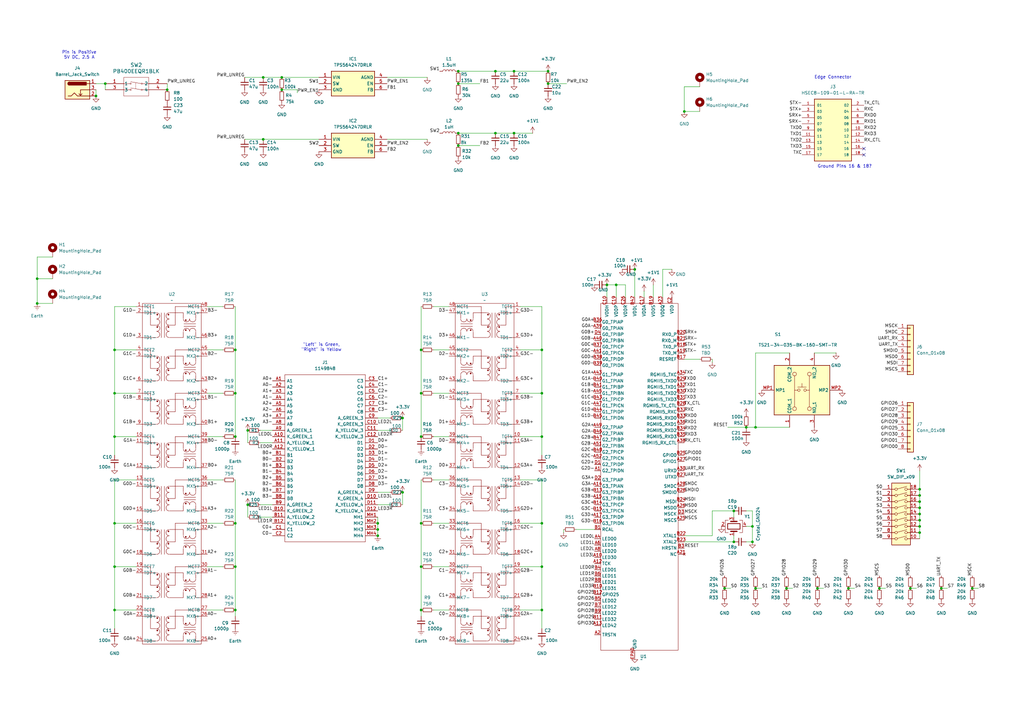
<source format=kicad_sch>
(kicad_sch (version 20231120) (generator "eeschema") (generator_version "8.0")
  (paper "A3")
  (junction (at 187.96 29.21))
  (junction (at 96.52 214.63))
  (junction (at 154.94 214.63))
  (junction (at 300.99 209.55))
  (junction (at 224.79 34.29))
  (junction (at 46.99 250.19))
  (junction (at 107.95 57.15))
  (junction (at 222.25 232.41))
  (junction (at 260.35 110.49))
  (junction (at 373.38 241.3))
  (junction (at 222.25 143.51))
  (junction (at 377.19 205.74))
  (junction (at 280.67 45.72))
  (junction (at 101.6 176.53))
  (junction (at 187.96 34.29))
  (junction (at 224.79 29.21))
  (junction (at 347.98 241.3))
  (junction (at 46.99 214.63))
  (junction (at 360.68 241.3))
  (junction (at 154.94 217.17))
  (junction (at 115.57 36.83))
  (junction (at 46.99 179.07))
  (junction (at 172.72 179.07))
  (junction (at 15.24 124.46))
  (junction (at 187.96 59.69))
  (junction (at 172.72 250.19))
  (junction (at 15.24 114.3))
  (junction (at 386.08 241.3))
  (junction (at 377.19 200.66))
  (junction (at 203.2 54.61))
  (junction (at 165.1 201.93))
  (junction (at 203.2 29.21))
  (junction (at 300.99 222.25))
  (junction (at 210.82 54.61))
  (junction (at 46.99 143.51))
  (junction (at 377.19 210.82))
  (junction (at 172.72 143.51))
  (junction (at 96.52 143.51))
  (junction (at 398.78 241.3))
  (junction (at 222.25 250.19))
  (junction (at 377.19 215.9))
  (junction (at 46.99 161.29))
  (junction (at 377.19 213.36))
  (junction (at 172.72 214.63))
  (junction (at 222.25 214.63))
  (junction (at 308.61 222.25))
  (junction (at 165.1 171.45))
  (junction (at 107.95 31.75))
  (junction (at 306.07 175.26))
  (junction (at 377.19 203.2))
  (junction (at 46.99 232.41))
  (junction (at 222.25 161.29))
  (junction (at 210.82 29.21))
  (junction (at 96.52 232.41))
  (junction (at 309.88 175.26))
  (junction (at 154.94 219.71))
  (junction (at 377.19 218.44))
  (junction (at 309.88 241.3))
  (junction (at 172.72 161.29))
  (junction (at 172.72 232.41))
  (junction (at 308.61 215.9))
  (junction (at 222.25 179.07))
  (junction (at 101.6 207.01))
  (junction (at 297.18 241.3))
  (junction (at 96.52 161.29))
  (junction (at 335.28 241.3))
  (junction (at 115.57 31.75))
  (junction (at 43.18 34.29))
  (junction (at 252.73 116.84))
  (junction (at 322.58 241.3))
  (junction (at 39.37 39.37))
  (junction (at 377.19 208.28))
  (junction (at 248.92 116.84))
  (junction (at 96.52 179.07))
  (junction (at 96.52 250.19))
  (junction (at 187.96 54.61))
  (junction (at 68.58 36.83))
  (no_connect (at 354.33 60.96))
  (no_connect (at 354.33 63.5))
  (wire (pts (xy 377.19 193.04) (xy 377.19 200.66)))
  (wire (pts (xy 172.72 214.63) (xy 172.72 232.41)))
  (wire (pts (xy 91.44 161.29) (xy 85.09 161.29)))
  (wire (pts (xy 115.57 31.75) (xy 130.81 31.75)))
  (wire (pts (xy 15.24 124.46) (xy 21.59 124.46)))
  (wire (pts (xy 154.94 207.01) (xy 160.02 207.01)))
  (wire (pts (xy 256.54 116.84) (xy 252.73 116.84)))
  (wire (pts (xy 309.88 241.3) (xy 312.42 241.3)))
  (wire (pts (xy 96.52 143.51) (xy 96.52 161.29)))
  (wire (pts (xy 210.82 54.61) (xy 218.44 54.61)))
  (wire (pts (xy 213.36 232.41) (xy 222.25 232.41)))
  (wire (pts (xy 210.82 29.21) (xy 224.79 29.21)))
  (wire (pts (xy 91.44 196.85) (xy 85.09 196.85)))
  (wire (pts (xy 236.22 217.17) (xy 243.84 217.17)))
  (wire (pts (xy 280.67 147.32) (xy 287.02 147.32)))
  (wire (pts (xy 154.94 217.17) (xy 154.94 219.71)))
  (wire (pts (xy 377.19 203.2) (xy 377.19 205.74)))
  (wire (pts (xy 154.94 176.53) (xy 160.02 176.53)))
  (wire (pts (xy 96.52 125.73) (xy 96.52 143.51)))
  (wire (pts (xy 224.79 34.29) (xy 232.41 34.29)))
  (wire (pts (xy 177.8 125.73) (xy 184.15 125.73)))
  (wire (pts (xy 280.67 35.56) (xy 287.02 35.56)))
  (wire (pts (xy 115.57 36.83) (xy 121.92 36.83)))
  (wire (pts (xy 260.35 110.49) (xy 260.35 121.92)))
  (wire (pts (xy 306.07 209.55) (xy 308.61 209.55)))
  (wire (pts (xy 248.92 116.84) (xy 248.92 121.92)))
  (wire (pts (xy 55.88 143.51) (xy 46.99 143.51)))
  (wire (pts (xy 213.36 214.63) (xy 222.25 214.63)))
  (wire (pts (xy 106.68 176.53) (xy 111.76 176.53)))
  (wire (pts (xy 222.25 179.07) (xy 213.36 179.07)))
  (wire (pts (xy 398.78 241.3) (xy 401.32 241.3)))
  (wire (pts (xy 309.88 144.78) (xy 323.85 144.78)))
  (wire (pts (xy 222.25 250.19) (xy 213.36 250.19)))
  (wire (pts (xy 96.52 196.85) (xy 96.52 214.63)))
  (wire (pts (xy 377.19 213.36) (xy 377.19 215.9)))
  (wire (pts (xy 360.68 241.3) (xy 363.22 241.3)))
  (wire (pts (xy 377.19 210.82) (xy 377.19 213.36)))
  (wire (pts (xy 106.68 207.01) (xy 111.76 207.01)))
  (wire (pts (xy 335.28 241.3) (xy 337.82 241.3)))
  (wire (pts (xy 267.97 116.84) (xy 267.97 121.92)))
  (wire (pts (xy 101.6 207.01) (xy 101.6 212.09)))
  (wire (pts (xy 46.99 161.29) (xy 46.99 143.51)))
  (wire (pts (xy 46.99 257.81) (xy 46.99 250.19)))
  (wire (pts (xy 21.59 105.41) (xy 15.24 105.41)))
  (wire (pts (xy 222.25 143.51) (xy 222.25 125.73)))
  (wire (pts (xy 15.24 105.41) (xy 15.24 114.3)))
  (wire (pts (xy 96.52 214.63) (xy 96.52 232.41)))
  (wire (pts (xy 91.44 232.41) (xy 85.09 232.41)))
  (wire (pts (xy 154.94 201.93) (xy 160.02 201.93)))
  (wire (pts (xy 280.67 45.72) (xy 287.02 45.72)))
  (wire (pts (xy 91.44 250.19) (xy 85.09 250.19)))
  (wire (pts (xy 91.44 214.63) (xy 85.09 214.63)))
  (wire (pts (xy 121.92 36.83) (xy 121.92 38.1)))
  (wire (pts (xy 264.16 119.38) (xy 264.16 121.92)))
  (wire (pts (xy 213.36 161.29) (xy 222.25 161.29)))
  (wire (pts (xy 177.8 161.29) (xy 184.15 161.29)))
  (wire (pts (xy 46.99 186.69) (xy 46.99 179.07)))
  (wire (pts (xy 377.19 200.66) (xy 377.19 203.2)))
  (wire (pts (xy 154.94 212.09) (xy 154.94 214.63)))
  (wire (pts (xy 158.75 57.15) (xy 175.26 57.15)))
  (wire (pts (xy 187.96 29.21) (xy 203.2 29.21)))
  (wire (pts (xy 187.96 59.69) (xy 196.85 59.69)))
  (wire (pts (xy 96.52 161.29) (xy 96.52 179.07)))
  (wire (pts (xy 15.24 114.3) (xy 15.24 124.46)))
  (wire (pts (xy 177.8 214.63) (xy 184.15 214.63)))
  (wire (pts (xy 222.25 232.41) (xy 222.25 214.63)))
  (wire (pts (xy 203.2 54.61) (xy 210.82 54.61)))
  (wire (pts (xy 306.07 175.26) (xy 309.88 175.26)))
  (wire (pts (xy 280.67 45.72) (xy 280.67 35.56)))
  (wire (pts (xy 222.25 250.19) (xy 222.25 232.41)))
  (wire (pts (xy 172.72 196.85) (xy 172.72 214.63)))
  (wire (pts (xy 256.54 121.92) (xy 256.54 116.84)))
  (wire (pts (xy 334.01 144.78) (xy 342.9 144.78)))
  (wire (pts (xy 101.6 176.53) (xy 101.6 181.61)))
  (wire (pts (xy 177.8 250.19) (xy 184.15 250.19)))
  (wire (pts (xy 386.08 241.3) (xy 388.62 241.3)))
  (wire (pts (xy 39.37 36.83) (xy 39.37 39.37)))
  (wire (pts (xy 107.95 57.15) (xy 130.81 57.15)))
  (wire (pts (xy 46.99 143.51) (xy 46.99 125.73)))
  (wire (pts (xy 222.25 214.63) (xy 222.25 196.85)))
  (wire (pts (xy 322.58 241.3) (xy 325.12 241.3)))
  (wire (pts (xy 292.1 219.71) (xy 292.1 209.55)))
  (wire (pts (xy 203.2 29.21) (xy 210.82 29.21)))
  (wire (pts (xy 187.96 34.29) (xy 196.85 34.29)))
  (wire (pts (xy 298.45 175.26) (xy 306.07 175.26)))
  (wire (pts (xy 222.25 161.29) (xy 222.25 143.51)))
  (wire (pts (xy 100.33 57.15) (xy 107.95 57.15)))
  (wire (pts (xy 252.73 116.84) (xy 252.73 121.92)))
  (wire (pts (xy 154.94 171.45) (xy 160.02 171.45)))
  (wire (pts (xy 297.18 241.3) (xy 299.72 241.3)))
  (wire (pts (xy 106.68 181.61) (xy 111.76 181.61)))
  (wire (pts (xy 377.19 208.28) (xy 377.19 210.82)))
  (wire (pts (xy 347.98 241.3) (xy 350.52 241.3)))
  (wire (pts (xy 280.67 219.71) (xy 292.1 219.71)))
  (wire (pts (xy 46.99 250.19) (xy 46.99 232.41)))
  (wire (pts (xy 292.1 209.55) (xy 300.99 209.55)))
  (wire (pts (xy 280.67 222.25) (xy 300.99 222.25)))
  (wire (pts (xy 154.94 214.63) (xy 154.94 217.17)))
  (wire (pts (xy 46.99 250.19) (xy 55.88 250.19)))
  (wire (pts (xy 55.88 196.85) (xy 46.99 196.85)))
  (wire (pts (xy 55.88 232.41) (xy 46.99 232.41)))
  (wire (pts (xy 46.99 214.63) (xy 46.99 196.85)))
  (wire (pts (xy 309.88 175.26) (xy 309.88 144.78)))
  (wire (pts (xy 91.44 125.73) (xy 85.09 125.73)))
  (wire (pts (xy 309.88 175.26) (xy 323.85 175.26)))
  (wire (pts (xy 187.96 54.61) (xy 203.2 54.61)))
  (wire (pts (xy 96.52 232.41) (xy 96.52 250.19)))
  (wire (pts (xy 308.61 215.9) (xy 308.61 222.25)))
  (wire (pts (xy 43.18 34.29) (xy 43.18 36.83)))
  (wire (pts (xy 373.38 241.3) (xy 375.92 241.3)))
  (wire (pts (xy 165.1 171.45) (xy 165.1 176.53)))
  (wire (pts (xy 222.25 179.07) (xy 222.25 161.29)))
  (wire (pts (xy 172.72 250.19) (xy 172.72 252.73)))
  (wire (pts (xy 55.88 214.63) (xy 46.99 214.63)))
  (wire (pts (xy 46.99 179.07) (xy 55.88 179.07)))
  (wire (pts (xy 271.78 121.92) (xy 271.78 110.49)))
  (wire (pts (xy 177.8 196.85) (xy 184.15 196.85)))
  (wire (pts (xy 21.59 114.3) (xy 15.24 114.3)))
  (wire (pts (xy 231.14 217.17) (xy 231.14 218.44)))
  (wire (pts (xy 39.37 34.29) (xy 43.18 34.29)))
  (wire (pts (xy 300.99 212.09) (xy 300.99 209.55)))
  (wire (pts (xy 213.36 196.85) (xy 222.25 196.85)))
  (wire (pts (xy 91.44 179.07) (xy 85.09 179.07)))
  (wire (pts (xy 306.07 222.25) (xy 308.61 222.25)))
  (wire (pts (xy 172.72 161.29) (xy 172.72 179.07)))
  (wire (pts (xy 292.1 147.32) (xy 292.1 148.59)))
  (wire (pts (xy 91.44 143.51) (xy 85.09 143.51)))
  (wire (pts (xy 165.1 201.93) (xy 165.1 207.01)))
  (wire (pts (xy 46.99 179.07) (xy 46.99 161.29)))
  (wire (pts (xy 248.92 116.84) (xy 252.73 116.84)))
  (wire (pts (xy 96.52 250.19) (xy 96.52 252.73)))
  (wire (pts (xy 213.36 125.73) (xy 222.25 125.73)))
  (wire (pts (xy 172.72 143.51) (xy 172.72 161.29)))
  (wire (pts (xy 177.8 143.51) (xy 184.15 143.51)))
  (wire (pts (xy 377.19 205.74) (xy 377.19 208.28)))
  (wire (pts (xy 106.68 212.09) (xy 111.76 212.09)))
  (wire (pts (xy 377.19 218.44) (xy 377.19 220.98)))
  (wire (pts (xy 107.95 31.75) (xy 115.57 31.75)))
  (wire (pts (xy 177.8 179.07) (xy 184.15 179.07)))
  (wire (pts (xy 300.99 222.25) (xy 300.99 219.71)))
  (wire (pts (xy 46.99 232.41) (xy 46.99 214.63)))
  (wire (pts (xy 306.07 215.9) (xy 308.61 215.9)))
  (wire (pts (xy 68.58 34.29) (xy 68.58 36.83)))
  (wire (pts (xy 308.61 209.55) (xy 308.61 215.9)))
  (wire (pts (xy 55.88 125.73) (xy 46.99 125.73)))
  (wire (pts (xy 271.78 110.49) (xy 275.59 110.49)))
  (wire (pts (xy 377.19 215.9) (xy 377.19 218.44)))
  (wire (pts (xy 55.88 161.29) (xy 46.99 161.29)))
  (wire (pts (xy 100.33 31.75) (xy 107.95 31.75)))
  (wire (pts (xy 172.72 232.41) (xy 172.72 250.19)))
  (wire (pts (xy 177.8 232.41) (xy 184.15 232.41)))
  (wire (pts (xy 213.36 143.51) (xy 222.25 143.51)))
  (wire (pts (xy 222.25 186.69) (xy 222.25 179.07)))
  (wire (pts (xy 222.25 257.81) (xy 222.25 250.19)))
  (wire (pts (xy 158.75 31.75) (xy 175.26 31.75)))
  (wire (pts (xy 172.72 125.73) (xy 172.72 143.51)))
  (text "Ground Pins 16 & 18?" (at 346.456 68.326 0) (effects (font (size 1.27 1.27))))
  (text "Edge Connector" (at 341.63 31.75 0) (effects (font (size 1.27 1.27))))
  (text "Pin is Positive\n5V DC, 2.5 A" (at 32.512 22.606 0) (effects (font (size 1.27 1.27))))
  (text "\"Left\" is Green,\n\"Right\" is Yellow" (at 131.826 142.494 0) (effects (font (size 1.27 1.27))))
  (label "RESET" (at 298.45 175.26 180))
  (label "GPIO30" (at 347.98 236.22 90))
  (label "D2+" (at 184.15 156.21 180))
  (label "PWR_EN1" (at 158.75 34.29 0))
  (label "G0C-" (at 243.84 144.78 180))
  (label "A2-" (at 85.09 217.17 0))
  (label "A1+" (at 111.76 161.29 180))
  (label "G3B+" (at 213.36 173.99 0))
  (label "G2D-" (at 213.36 199.39 0))
  (label "C1+" (at 184.15 245.11 180))
  (label "B2-" (at 111.76 199.39 180))
  (label "G3B-" (at 213.36 163.83 0))
  (label "S7" (at 388.62 241.3 0))
  (label "G3D+" (at 213.36 138.43 0))
  (label "TXC" (at 280.67 153.67 0))
  (label "GPIO28" (at 243.84 251.46 180))
  (label "A3-" (at 111.76 173.99 180))
  (label "C2+" (at 184.15 227.33 180))
  (label "S2" (at 325.12 241.3 0))
  (label "G1C-" (at 55.88 146.05 180))
  (label "S8" (at 401.32 241.3 0))
  (label "G1B+" (at 243.84 158.75 180))
  (label "TXD3" (at 328.93 60.96 180))
  (label "S5" (at 361.95 213.36 180))
  (label "TXD2" (at 280.67 161.29 0))
  (label "C1-" (at 154.94 158.75 0))
  (label "G1A+" (at 243.84 153.67 180))
  (label "GPIO25" (at 368.3 176.53 180))
  (label "A2-" (at 111.76 168.91 180))
  (label "G3C+" (at 213.36 156.21 0))
  (label "TXD3" (at 280.67 163.83 0))
  (label "A1-" (at 111.76 163.83 180))
  (label "G1D-" (at 55.88 128.27 180))
  (label "MSCK" (at 280.67 210.82 0))
  (label "UART_TX" (at 386.08 236.22 90))
  (label "A3+" (at 111.76 171.45 180))
  (label "C2+" (at 154.94 161.29 0))
  (label "D3+" (at 154.94 196.85 0))
  (label "A3+" (at 85.09 209.55 0))
  (label "G0D-" (at 55.88 199.39 180))
  (label "FB1" (at 158.75 36.83 0))
  (label "C3-" (at 184.15 199.39 180))
  (label "G2D-" (at 243.84 193.04 180))
  (label "SRX+" (at 280.67 137.16 0))
  (label "G2A+" (at 213.36 262.89 0))
  (label "PWR_EN2" (at 232.41 34.29 0))
  (label "S1" (at 312.42 241.3 0))
  (label "C0-" (at 184.15 252.73 180))
  (label "B3-" (at 85.09 128.27 0))
  (label "FB1" (at 196.85 34.29 0))
  (label "C0+" (at 111.76 217.17 180))
  (label "G2B+" (at 243.84 180.34 180))
  (label "B2+" (at 111.76 196.85 180))
  (label "GPIO26" (at 243.84 246.38 180))
  (label "MSD0" (at 280.67 208.28 0))
  (label "D1+" (at 154.94 186.69 0))
  (label "UART_TX" (at 368.3 142.24 180))
  (label "G0C+" (at 55.88 227.33 180))
  (label "D2-" (at 184.15 146.05 180))
  (label "A0-" (at 111.76 158.75 180))
  (label "LED1R" (at 111.76 214.63 180))
  (label "UART_RX" (at 280.67 193.04 0))
  (label "TXD0" (at 328.93 53.34 180))
  (label "C0+" (at 184.15 262.89 180))
  (label "G1B-" (at 55.88 163.83 180))
  (label "LED0R" (at 111.76 184.15 180))
  (label "G1C-" (at 243.84 166.37 180))
  (label "G1D+" (at 55.88 138.43 180))
  (label "C2-" (at 154.94 163.83 0))
  (label "G2B-" (at 243.84 182.88 180))
  (label "A3-" (at 85.09 199.39 0))
  (label "S2" (at 361.95 205.74 180))
  (label "TXD0" (at 280.67 156.21 0))
  (label "D1-" (at 154.94 189.23 0))
  (label "B1-" (at 85.09 163.83 0))
  (label "SRX+" (at 328.93 48.26 180))
  (label "G0D-" (at 243.84 149.86 180))
  (label "B3-" (at 111.76 204.47 180))
  (label "G3A+" (at 243.84 196.85 180))
  (label "G0A-" (at 243.84 134.62 180))
  (label "STX+" (at 280.67 142.24 0))
  (label "TXD1" (at 280.67 158.75 0))
  (label "D0-" (at 184.15 181.61 180))
  (label "B1+" (at 85.09 173.99 0))
  (label "MSD0" (at 373.38 236.22 90))
  (label "G3A+" (at 213.36 191.77 0))
  (label "STX-" (at 328.93 43.18 180))
  (label "A1-" (at 85.09 234.95 0))
  (label "S3" (at 337.82 241.3 0))
  (label "D3-" (at 184.15 128.27 180))
  (label "S0" (at 361.95 200.66 180))
  (label "RXD0" (at 354.33 48.26 0))
  (label "D2+" (at 154.94 191.77 0))
  (label "LED0L" (at 243.84 220.98 180))
  (label "STX+" (at 328.93 45.72 180))
  (label "G0B+" (at 55.88 245.11 180))
  (label "G2A-" (at 243.84 177.8 180))
  (label "GPIO26" (at 368.3 166.37 180))
  (label "C0-" (at 111.76 219.71 180))
  (label "RESET" (at 280.67 224.79 0))
  (label "A0+" (at 85.09 262.89 0))
  (label "FB2" (at 196.85 59.69 0))
  (label "G1C+" (at 55.88 156.21 180))
  (label "B2+" (at 85.09 156.21 0))
  (label "G0C+" (at 243.84 142.24 180))
  (label "C2-" (at 184.15 217.17 180))
  (label "PWR_UNREG" (at 68.58 34.29 0))
  (label "A0-" (at 85.09 252.73 0))
  (label "LED0R" (at 243.84 233.68 180))
  (label "SMDIO" (at 280.67 201.93 0))
  (label "PWR_UNREG" (at 100.33 57.15 180))
  (label "TXD2" (at 328.93 58.42 180))
  (label "LED2L" (at 243.84 226.06 180))
  (label "G0D+" (at 243.84 147.32 180))
  (label "UART_TX" (at 280.67 195.58 0))
  (label "RXD1" (at 280.67 173.99 0))
  (label "LED1R" (at 243.84 236.22 180))
  (label "D3+" (at 184.15 138.43 180))
  (label "G3C-" (at 213.36 146.05 0))
  (label "GPIO27" (at 243.84 248.92 180))
  (label "SW2" (at 130.81 59.69 180))
  (label "LED2R" (at 243.84 238.76 180))
  (label "GPIO29" (at 368.3 173.99 180))
  (label "C3-" (at 154.94 168.91 0))
  (label "G2C-" (at 213.36 217.17 0))
  (label "A2+" (at 85.09 227.33 0))
  (label "S0" (at 299.72 241.3 0))
  (label "LED2L" (at 154.94 173.99 0))
  (label "RXD0" (at 280.67 171.45 0))
  (label "G0A-" (at 55.88 252.73 180))
  (label "RXD2" (at 354.33 53.34 0))
  (label "C1-" (at 184.15 234.95 180))
  (label "G3B+" (at 243.84 201.93 180))
  (label "S6" (at 375.92 241.3 0))
  (label "S6" (at 361.95 215.9 180))
  (label "RXD2" (at 280.67 176.53 0))
  (label "TX_CTL" (at 354.33 43.18 0))
  (label "MSD0" (at 368.3 147.32 180))
  (label "SW1" (at 180.34 29.21 180))
  (label "B0-" (at 85.09 181.61 0))
  (label "G2C-" (at 243.84 187.96 180))
  (label "PWR_UNREG" (at 100.33 31.75 180))
  (label "B3+" (at 111.76 201.93 180))
  (label "FB2" (at 158.75 62.23 0))
  (label "D0-" (at 154.94 184.15 0))
  (label "LED3L" (at 243.84 228.6 180))
  (label "SMDIO" (at 368.3 144.78 180))
  (label "MSCK" (at 368.3 134.62 180))
  (label "MSCS" (at 360.68 236.22 90))
  (label "RXD1" (at 354.33 50.8 0))
  (label "G2C+" (at 213.36 227.33 0))
  (label "G1A-" (at 55.88 181.61 180))
  (label "G3A-" (at 243.84 199.39 180))
  (label "G3B-" (at 243.84 204.47 180))
  (label "G1A-" (at 243.84 156.21 180))
  (label "G2B-" (at 213.36 234.95 0))
  (label "B2-" (at 85.09 146.05 0))
  (label "GPIO25" (at 243.84 243.84 180))
  (label "G1B+" (at 55.88 173.99 180))
  (label "PWR_EN2" (at 158.75 59.69 0))
  (label "G0D+" (at 55.88 209.55 180))
  (label "G0B+" (at 243.84 137.16 180))
  (label "SW2" (at 180.34 54.61 180))
  (label "UART_RX" (at 368.3 139.7 180))
  (label "STX-" (at 280.67 144.78 0))
  (label "LED1L" (at 111.76 209.55 180))
  (label "B3+" (at 85.09 138.43 0))
  (label "D0+" (at 154.94 181.61 0))
  (label "LED2R" (at 154.94 179.07 0))
  (label "B1-" (at 111.76 194.31 180))
  (label "GPIO00" (at 280.67 186.69 0))
  (label "MSDI" (at 280.67 205.74 0))
  (label "G1C+" (at 243.84 163.83 180))
  (label "A1+" (at 85.09 245.11 0))
  (label "LED1L" (at 243.84 223.52 180))
  (label "GPIO26" (at 297.18 236.22 90))
  (label "MSDI" (at 368.3 149.86 180))
  (label "G3D+" (at 243.84 212.09 180))
  (label "MSCK" (at 398.78 236.22 90))
  (label "C3+" (at 184.15 209.55 180))
  (label "GPIO28" (at 368.3 171.45 180))
  (label "C3+" (at 154.94 166.37 0))
  (label "G0A+" (at 55.88 262.89 180))
  (label "G3D-" (at 213.36 128.27 0))
  (label "S8" (at 361.95 220.98 180))
  (label "GPIO27" (at 309.88 236.22 90))
  (label "G1A+" (at 55.88 191.77 180))
  (label "G0A+" (at 243.84 132.08 180))
  (label "SRX-" (at 328.93 50.8 180))
  (label "SRX-" (at 280.67 139.7 0))
  (label "G2A-" (at 213.36 252.73 0))
  (label "S1" (at 361.95 203.2 180))
  (label "MSCS" (at 280.67 213.36 0))
  (label "GPIO27" (at 368.3 168.91 180))
  (label "D3-" (at 154.94 199.39 0))
  (label "G3C-" (at 243.84 209.55 180))
  (label "B1+" (at 111.76 191.77 180))
  (label "S5" (at 363.22 241.3 0))
  (label "LED3L" (at 154.94 204.47 0))
  (label "G3C+" (at 243.84 207.01 180))
  (label "S4" (at 350.52 241.3 0))
  (label "LED0L" (at 111.76 179.07 180))
  (label "B0+" (at 85.09 191.77 0))
  (label "G1B-" (at 243.84 161.29 180))
  (label "RX_CTL" (at 280.67 181.61 0))
  (label "G0C-" (at 55.88 217.17 180))
  (label "PWR_EN1" (at 121.92 38.1 0))
  (label "RXD3" (at 354.33 55.88 0))
  (label "GPIO30" (at 243.84 256.54 180))
  (label "A0+" (at 111.76 156.21 180))
  (label "G2D+" (at 213.36 209.55 0))
  (label "D0+" (at 184.15 191.77 180))
  (label "SMDC" (at 280.67 199.39 0))
  (label "G2C+" (at 243.84 185.42 180))
  (label "RXC" (at 280.67 168.91 0))
  (label "G1D-" (at 243.84 171.45 180))
  (label "S4" (at 361.95 210.82 180))
  (label "G2B+" (at 213.36 245.11 0))
  (label "A2+" (at 111.76 166.37 180))
  (label "RXD3" (at 280.67 179.07 0))
  (label "GPIO29" (at 243.84 254 180))
  (label "TX_CTL" (at 280.67 166.37 0))
  (label "S7" (at 361.95 218.44 180))
  (label "G1D+" (at 243.84 168.91 180))
  (label "SW1" (at 130.81 34.29 180))
  (label "LED3R" (at 243.84 241.3 180))
  (label "GPIO01" (at 280.67 189.23 0))
  (label "GPIO01" (at 368.3 181.61 180))
  (label "G0B-" (at 243.84 139.7 180))
  (label "GPIO30" (at 368.3 179.07 180))
  (label "RXC" (at 354.33 45.72 0))
  (label "TXC" (at 328.93 63.5 180))
  (label "G0B-" (at 55.88 234.95 180))
  (label "GPIO29" (at 335.28 236.22 90))
  (label "GPIO28" (at 322.58 236.22 90))
  (label "MSCS" (at 368.3 152.4 180))
  (label "LED3R" (at 154.94 209.55 0))
  (label "D1+" (at 184.15 173.99 180))
  (label "G3D-" (at 243.84 214.63 180))
  (label "GPIO00" (at 368.3 184.15 180))
  (label "TXD1" (at 328.93 55.88 180))
  (label "RX_CTL" (at 354.33 58.42 0))
  (label "G2A+" (at 243.84 175.26 180))
  (label "D2-" (at 154.94 194.31 0))
  (label "G3A-" (at 213.36 181.61 0))
  (label "S3" (at 361.95 208.28 180))
  (label "SMDC" (at 368.3 137.16 180))
  (label "B0-" (at 111.76 189.23 180))
  (label "B0+" (at 111.76 186.69 180))
  (label "C1+" (at 154.94 156.21 0))
  (label "G2D+" (at 243.84 190.5 180))
  (label "D1-" (at 184.15 163.83 180))
  (symbol (lib_id "power:GND") (at 347.98 246.38 0) (unit 1)
    (property "Reference" "#PWR047" (effects (hide yes)))
    (property "Value" "GND" (at 347.98 251.46 0))
    (property "Description" "Power symbol creates a global label with name \"GND\" , ground" (effects (hide yes)))
  )
  (symbol (lib_id "Device:C_Small") (at 107.95 59.69 180) (unit 1)
    (property "Reference" "C14" (at 109.474 58.42 0) (effects (justify right)))
    (property "Value" "100n" (at 109.474 60.96 0) (effects (justify right)))
    (property "Footprint" "Capacitor_SMD:C_0805_2012Metric_Pad1.18x1.45mm_HandSolder" (effects (hide yes)))
    (property "Description" "Unpolarized capacitor, small symbol" (effects (hide yes)))
  )
  (symbol (lib_id "Device:C_Small") (at 222.25 260.35 0) (unit 1)
    (property "Reference" "C2" (at 223.266 258.572 0) (effects (justify left)))
    (property "Value" "100n" (at 223.774 262.636 0) (effects (justify left)))
    (property "Footprint" "Capacitor_SMD:C_0805_2012Metric_Pad1.18x1.45mm_HandSolder" (effects (hide yes)))
    (property "Description" "Unpolarized capacitor, small symbol" (effects (hide yes)))
  )
  (symbol (lib_id "power:GND") (at 312.42 160.02 0) (unit 1)
    (property "Reference" "#PWR060" (effects (hide yes)))
    (property "Value" "GND" (at 312.42 165.1 0))
    (property "Description" "Power symbol creates a global label with name \"GND\" , ground" (effects (hide yes)))
  )
  (symbol (lib_id "power:GND") (at 46.99 262.89 0) (mirror y) (unit 1)
    (property "Reference" "#PWR023" (effects (hide yes)))
    (property "Value" "GND" (at 46.99 267.97 0))
    (property "Description" "Power symbol creates a global label with name \"GND\" , ground" (effects (hide yes)))
  )
  (symbol (lib_id "Device:C_Small") (at 257.81 110.49 90) (unit 1)
    (property "Reference" "C18" (at 254.508 106.68 90))
    (property "Value" "100n" (at 254.254 108.966 90))
    (property "Footprint" "Capacitor_SMD:C_0805_2012Metric_Pad1.18x1.45mm_HandSolder" (effects (hide yes)))
    (property "Description" "Unpolarized capacitor, small symbol" (effects (hide yes)))
  )
  (symbol (lib_id "Device:C_Small") (at 172.72 181.61 0) (unit 1)
    (property "Reference" "C6" (at 175.006 181.61 0) (effects (justify left)))
    (property "Value" "1000p" (at 175.006 184.15 0) (effects (justify left)))
    (property "Footprint" "Capacitor_SMD:C_0805_2012Metric_Pad1.18x1.45mm_HandSolder" (effects (hide yes)))
    (property "Description" "Unpolarized capacitor, small symbol" (effects (hide yes)))
  )
  (symbol (lib_id "power:GND") (at 203.2 59.69 0) (unit 1)
    (property "Reference" "#PWR034" (effects (hide yes)))
    (property "Value" "GND" (at 203.2 64.77 0))
    (property "Description" "Power symbol creates a global label with name \"GND\" , ground" (effects (hide yes)))
  )
  (symbol (lib_id "power:Earth") (at 172.72 257.81 0) (unit 1)
    (property "Reference" "#PWR015" (effects (hide yes)))
    (property "Value" "Earth" (at 172.72 262.89 0))
    (property "Description" "Power symbol creates a global label with name \"Earth\"" (effects (hide yes)))
  )
  (symbol (lib_id "Device:R_Small") (at 93.98 161.29 270) (mirror x) (unit 1)
    (property "Reference" "R19" (at 93.98 156.21 90))
    (property "Value" "75R" (at 93.98 158.75 90))
    (property "Footprint" "Resistor_SMD:R_0805_2012Metric_Pad1.20x1.40mm_HandSolder" (effects (hide yes)))
    (property "Description" "Resistor, small symbol" (effects (hide yes)))
  )
  (symbol (lib_id "Device:C_Small") (at 210.82 57.15 180) (unit 1)
    (property "Reference" "C16" (at 212.344 55.88 0) (effects (justify right)))
    (property "Value" "100n" (at 212.344 58.42 0) (effects (justify right)))
    (property "Footprint" "Capacitor_SMD:C_0805_2012Metric_Pad1.18x1.45mm_HandSolder" (effects (hide yes)))
    (property "Description" "Unpolarized capacitor, small symbol" (effects (hide yes)))
  )
  (symbol (lib_id "Device:R_Small") (at 398.78 243.84 180) (unit 1)
    (property "Reference" "R50" (at 396.24 245.1101 0) (effects (justify left)))
    (property "Value" "20k" (at 396.24 242.5701 0) (effects (justify left)))
    (property "Footprint" "Resistor_SMD:R_0805_2012Metric_Pad1.20x1.40mm_HandSolder" (effects (hide yes)))
    (property "Description" "Resistor, small symbol" (effects (hide yes)))
  )
  (symbol (lib_id "power:GND") (at 231.14 218.44 0) (unit 1)
    (property "Reference" "#PWR063" (effects (hide yes)))
    (property "Value" "GND" (at 231.14 223.52 0))
    (property "Description" "Power symbol creates a global label with name \"GND\" , ground" (effects (hide yes)))
  )
  (symbol (lib_id "power:GND") (at 308.61 222.25 0) (unit 1)
    (property "Reference" "#PWR054" (effects (hide yes)))
    (property "Value" "GND" (at 308.61 227.33 0))
    (property "Description" "Power symbol creates a global label with name \"GND\" , ground" (effects (hide yes)))
  )
  (symbol (lib_id "Device:R_Small") (at 386.08 243.84 180) (unit 1)
    (property "Reference" "R48" (at 383.54 245.1101 0) (effects (justify left)))
    (property "Value" "20k" (at 383.54 242.5701 0) (effects (justify left)))
    (property "Footprint" "Resistor_SMD:R_0805_2012Metric_Pad1.20x1.40mm_HandSolder" (effects (hide yes)))
    (property "Description" "Resistor, small symbol" (effects (hide yes)))
  )
  (symbol (lib_id "Connector:Barrel_Jack_Switch") (at 31.75 36.83 0) (unit 1)
    (property "Reference" "J4" (at 31.75 27.94 0))
    (property "Value" "Barrel_Jack_Switch" (at 31.75 30.48 0))
    (property "Footprint" "Connector_BarrelJack:BarrelJack_Horizontal" (effects (hide yes)))
    (property "Description" "DC Barrel Jack with an internal switch" (effects (hide yes)))
  )
  (symbol (lib_id "Device:R_Small") (at 347.98 238.76 180) (unit 1)
    (property "Reference" "R41" (at 345.44 240.0301 0) (effects (justify left)))
    (property "Value" "20k" (at 345.44 237.4901 0) (effects (justify left)))
    (property "Footprint" "Resistor_SMD:R_0805_2012Metric_Pad1.20x1.40mm_HandSolder" (effects (hide yes)))
    (property "Description" "Resistor, small symbol" (effects (hide yes)))
  )
  (symbol (lib_id "Device:C_Small") (at 246.38 116.84 90) (unit 1)
    (property "Reference" "C17" (at 242.57 114.554 90))
    (property "Value" "100n" (at 241.046 116.84 90))
    (property "Footprint" "Capacitor_SMD:C_0805_2012Metric_Pad1.18x1.45mm_HandSolder" (effects (hide yes)))
    (property "Description" "Unpolarized capacitor, small symbol" (effects (hide yes)))
  )
  (symbol (lib_id "Device:R_Small") (at 187.96 36.83 0) (unit 1)
    (property "Reference" "R6" (at 189.484 36.576 0) (effects (justify left)))
    (property "Value" "30k" (at 189.484 39.116 0) (effects (justify left)))
    (property "Footprint" "Resistor_SMD:R_0805_2012Metric_Pad1.20x1.40mm_HandSolder" (effects (hide yes)))
    (property "Description" "Resistor, small symbol" (effects (hide yes)))
  )
  (symbol (lib_id "Device:R_Small") (at 373.38 243.84 180) (unit 1)
    (property "Reference" "R46" (at 370.84 245.1101 0) (effects (justify left)))
    (property "Value" "20k" (at 370.84 242.5701 0) (effects (justify left)))
    (property "Footprint" "Resistor_SMD:R_0805_2012Metric_Pad1.20x1.40mm_HandSolder" (effects (hide yes)))
    (property "Description" "Resistor, small symbol" (effects (hide yes)))
  )
  (symbol (lib_id "Device:R_Small") (at 162.56 176.53 270) (mirror x) (unit 1)
    (property "Reference" "R30" (at 163.322 176.53 90) (effects (justify right)))
    (property "Value" "100" (at 164.592 174.752 90) (effects (justify right)))
    (property "Footprint" "Resistor_SMD:R_0805_2012Metric_Pad1.20x1.40mm_HandSolder" (effects (hide yes)))
    (property "Description" "Resistor, small symbol" (effects (hide yes)))
  )
  (symbol (lib_id "Connector_Generic:Conn_01x08") (at 373.38 142.24 0) (unit 1)
    (property "Reference" "J6" (at 375.92 142.2399 0) (effects (justify left)))
    (property "Value" "Conn_01x08" (at 375.92 144.7799 0) (effects (justify left)))
    (property "Footprint" "Connector_PinHeader_2.54mm:PinHeader_1x08_P2.54mm_Vertical" (effects (hide yes)))
    (property "Description" "Generic connector, single row, 01x08, script generated (kicad-library-utils/schlib/autogen/connector/)" (effects (hide yes)))
  )
  (symbol (lib_id "power:GND") (at 398.78 246.38 0) (unit 1)
    (property "Reference" "#PWR051" (effects (hide yes)))
    (property "Value" "GND" (at 398.78 251.46 0))
    (property "Description" "Power symbol creates a global label with name \"GND\" , ground" (effects (hide yes)))
  )
  (symbol (lib_id "power:GND") (at 360.68 246.38 0) (unit 1)
    (property "Reference" "#PWR048" (effects (hide yes)))
    (property "Value" "GND" (at 360.68 251.46 0))
    (property "Description" "Power symbol creates a global label with name \"GND\" , ground" (effects (hide yes)))
  )
  (symbol (lib_id "power:+3.3V") (at 264.16 119.38 0) (unit 1)
    (property "Reference" "#PWR039" (effects (hide yes)))
    (property "Value" "+3.3V" (at 264.16 114.3 0))
    (property "Description" "Power symbol creates a global label with name \"+3.3V\"" (effects (hide yes)))
  )
  (symbol (lib_id "Device:R_Small") (at 175.26 196.85 90) (unit 1)
    (property "Reference" "R12" (at 175.26 191.77 90))
    (property "Value" "75R" (at 175.26 194.31 90))
    (property "Footprint" "Resistor_SMD:R_0805_2012Metric_Pad1.20x1.40mm_HandSolder" (effects (hide yes)))
    (property "Description" "Resistor, small symbol" (effects (hide yes)))
  )
  (symbol (lib_id "power:GND") (at 100.33 62.23 0) (unit 1)
    (property "Reference" "#PWR028" (effects (hide yes)))
    (property "Value" "GND" (at 100.33 67.31 0))
    (property "Description" "Power symbol creates a global label with name \"GND\" , ground" (effects (hide yes)))
  )
  (symbol (lib_id "power:+3.3V") (at 224.79 29.21 0) (unit 1)
    (property "Reference" "#PWR017" (effects (hide yes)))
    (property "Value" "+3.3V" (at 224.79 24.13 0))
    (property "Description" "Power symbol creates a global label with name \"+3.3V\"" (effects (hide yes)))
  )
  (symbol (lib_id "Device:R_Small") (at 162.56 201.93 90) (mirror x) (unit 1)
    (property "Reference" "R27" (at 161.036 201.93 90) (effects (justify right)))
    (property "Value" "100" (at 160.02 199.898 90) (effects (justify right)))
    (property "Footprint" "Resistor_SMD:R_0805_2012Metric_Pad1.20x1.40mm_HandSolder" (effects (hide yes)))
    (property "Description" "Resistor, small symbol" (effects (hide yes)))
  )
  (symbol (lib_id "Mechanical:MountingHole_Pad") (at 21.59 121.92 0) (unit 1) (exclude_from_sim yes) (in_bom no)
    (property "Reference" "H4" (at 24.13 119.3799 0) (effects (justify left)))
    (property "Value" "MountingHole_Pad" (at 24.13 121.9199 0) (effects (justify left)))
    (property "Footprint" "MountingHole:MountingHole_3.2mm_M3_Pad" (effects (hide yes)))
    (property "Description" "Mounting Hole with connection" (effects (hide yes)))
  )
  (symbol (lib_id "power:GND") (at 292.1 148.59 0) (mirror y) (unit 1)
    (property "Reference" "#PWR064" (effects (hide yes)))
    (property "Value" "GND" (at 292.1 153.67 0))
    (property "Description" "Power symbol creates a global label with name \"GND\" , ground" (effects (hide yes)))
  )
  (symbol (lib_id "power:GND") (at 175.26 31.75 0) (unit 1)
    (property "Reference" "#PWR06" (effects (hide yes)))
    (property "Value" "GND" (at 175.26 36.83 0))
    (property "Description" "Power symbol creates a global label with name \"GND\" , ground" (effects (hide yes)))
  )
  (symbol (lib_id "Device:R_Small") (at 175.26 143.51 90) (unit 1)
    (property "Reference" "R14" (at 175.26 138.43 90))
    (property "Value" "75R" (at 175.26 140.97 90))
    (property "Footprint" "Resistor_SMD:R_0805_2012Metric_Pad1.20x1.40mm_HandSolder" (effects (hide yes)))
    (property "Description" "Resistor, small symbol" (effects (hide yes)))
  )
  (symbol (lib_id "Device:R_Small") (at 187.96 31.75 0) (unit 1)
    (property "Reference" "R5" (at 188.976 30.48 0) (effects (justify left)))
    (property "Value" "135k" (at 188.976 33.02 0) (effects (justify left)))
    (property "Footprint" "Resistor_SMD:R_0805_2012Metric_Pad1.20x1.40mm_HandSolder" (effects (hide yes)))
    (property "Description" "Resistor, small symbol" (effects (hide yes)))
  )
  (symbol (lib_id "Device:R_Small") (at 297.18 238.76 180) (unit 1)
    (property "Reference" "R34" (at 294.64 240.0301 0) (effects (justify left)))
    (property "Value" "20k" (at 294.64 237.4901 0) (effects (justify left)))
    (property "Footprint" "Resistor_SMD:R_0805_2012Metric_Pad1.20x1.40mm_HandSolder" (effects (hide yes)))
    (property "Description" "Resistor, small symbol" (effects (hide yes)))
  )
  (symbol (lib_id "power:GND") (at 342.9 144.78 0) (unit 1)
    (property "Reference" "#PWR062" (effects (hide yes)))
    (property "Value" "GND" (at 342.9 149.86 0))
    (property "Description" "Power symbol creates a global label with name \"GND\" , ground" (effects (hide yes)))
  )
  (symbol (lib_id "Device:R_Small") (at 93.98 179.07 270) (mirror x) (unit 1)
    (property "Reference" "R20" (at 93.98 173.99 90))
    (property "Value" "75R" (at 93.98 176.53 90))
    (property "Footprint" "Resistor_SMD:R_0805_2012Metric_Pad1.20x1.40mm_HandSolder" (effects (hide yes)))
    (property "Description" "Resistor, small symbol" (effects (hide yes)))
  )
  (symbol (lib_id "Device:R_Small") (at 398.78 238.76 180) (unit 1)
    (property "Reference" "R49" (at 396.24 240.0301 0) (effects (justify left)))
    (property "Value" "20k" (at 396.24 237.4901 0) (effects (justify left)))
    (property "Footprint" "Resistor_SMD:R_0805_2012Metric_Pad1.20x1.40mm_HandSolder" (effects (hide yes)))
    (property "Description" "Resistor, small symbol" (effects (hide yes)))
  )
  (symbol (lib_id "Device:R_Small") (at 104.14 212.09 90) (unit 1)
    (property "Reference" "R26" (at 103.378 212.09 90) (effects (justify right)))
    (property "Value" "100" (at 102.108 210.312 90) (effects (justify right)))
    (property "Footprint" "Resistor_SMD:R_0805_2012Metric_Pad1.20x1.40mm_HandSolder" (effects (hide yes)))
    (property "Description" "Resistor, small symbol" (effects (hide yes)))
  )
  (symbol (lib_id "router:1000BASE-T_LAN_transformer,_2_port") (at 198.12 194.31 0) (mirror y) (unit 1)
    (property "Reference" "U3" (at 198.755 120.65 0))
    (property "Value" "~" (at 198.755 123.19 0))
    (property "Footprint" "router:SMD-48" (effects (hide yes)))
  )
  (symbol (lib_id "Device:C_Small") (at 107.95 34.29 180) (unit 1)
    (property "Reference" "C3" (at 109.474 33.02 0) (effects (justify right)))
    (property "Value" "100n" (at 109.474 35.56 0) (effects (justify right)))
    (property "Footprint" "Capacitor_SMD:C_0805_2012Metric_Pad1.18x1.45mm_HandSolder" (effects (hide yes)))
    (property "Description" "Unpolarized capacitor, small symbol" (effects (hide yes)))
  )
  (symbol (lib_id "Device:R_Small") (at 322.58 243.84 180) (unit 1)
    (property "Reference" "R38" (at 320.04 245.1101 0) (effects (justify left)))
    (property "Value" "20k" (at 320.04 242.5701 0) (effects (justify left)))
    (property "Footprint" "Resistor_SMD:R_0805_2012Metric_Pad1.20x1.40mm_HandSolder" (effects (hide yes)))
    (property "Description" "Resistor, small symbol" (effects (hide yes)))
  )
  (symbol (lib_id "Device:C_Small") (at 68.58 44.45 0) (unit 1)
    (property "Reference" "C23" (at 71.12 43.1862 0) (effects (justify left)))
    (property "Value" "47u" (at 71.12 45.7262 0) (effects (justify left)))
    (property "Footprint" "Capacitor_SMD:C_0805_2012Metric_Pad1.18x1.45mm_HandSolder" (effects (hide yes)))
    (property "Description" "Unpolarized capacitor, small symbol" (effects (hide yes)))
  )
  (symbol (lib_id "TPS564247DRLR:TPS564247DRLR") (at 130.81 57.15 0) (unit 1)
    (property "Reference" "IC2" (at 144.78 49.53 0))
    (property "Value" "TPS564247DRLR" (at 144.78 52.07 0))
    (property "Footprint" "local:SOTFL50P160X60-6N" (effects (hide yes)))
    (property "Datasheet" "https://www.ti.com/lit/ds/symlink/tps564242.pdf" (effects (hide yes)))
    (property "Description" "Switching Voltage Regulators 3-V to 16-V input voltage, 4-A FCCM mode, synchronous buck converter in SOT-563 package" (effects (hide yes)))
    (property "Height" "0.6" (effects (hide yes)))
    (property "Mouser Part Number" "595-TPS564247DRLR" (effects (hide yes)))
    (property "Mouser Price/Stock" "https://www.mouser.co.uk/ProductDetail/Texas-Instruments/TPS564247DRLR?qs=tlsG%2FOw5FFiLH60bcMvlFQ%3D%3D" (effects (hide yes)))
    (property "Manufacturer_Name" "Texas Instruments" (effects (hide yes)))
    (property "Manufacturer_Part_Number" "TPS564247DRLR" (effects (hide yes)))
  )
  (symbol (lib_id "TS21-34-035-BK-160-SMT-TR:TS21-34-035-BK-160-SMT-TR") (at 327.66 175.26 90) (unit 1)
    (property "Reference" "S1" (at 320.3859 137.16 90) (effects (justify left)))
    (property "Value" "TS21-34-035-BK-160-SMT-TR" (at 343.408 141.478 90) (effects (justify left)))
    (property "Footprint" "local:TS2134035BK160SMTTR" (effects (hide yes)))
    (property "Datasheet" "https://www.cuidevices.com/product/resource/ts21.pdf" (effects (hide yes)))
    (property "Description" "3.4 x 3.4 mm, 0.35 mm Actuator Height, 160 gf, Surface Mount, SPST, Black Illuminated, Tactile Switch" (effects (hide yes)))
    (property "Height" "1.7" (effects (hide yes)))
    (property "Mouser Part Number" "179-134035BK160SMTTR" (effects (hide yes)))
    (property "Mouser Price/Stock" "https://www.mouser.co.uk/ProductDetail/CUI-Devices/TS21-34-035-BK-160-SMT-TR?qs=1Kr7Jg1SGW9zzGN58LP5Sg%3D%3D" (effects (hide yes)))
    (property "Manufacturer_Name" "CUI Devices" (effects (hide yes)))
    (property "Manufacturer_Part_Number" "TS21-34-035-BK-160-SMT-TR" (effects (hide yes)))
  )
  (symbol (lib_id "power:+3.3V") (at 101.6 176.53 0) (unit 1)
    (property "Reference" "#PWR03" (effects (hide yes)))
    (property "Value" "+3.3V" (at 101.6 171.958 0))
    (property "Description" "Power symbol creates a global label with name \"+3.3V\"" (effects (hide yes)))
  )
  (symbol (lib_id "Device:R_Small") (at 386.08 238.76 180) (unit 1)
    (property "Reference" "R47" (at 383.54 240.0301 0) (effects (justify left)))
    (property "Value" "20k" (at 383.54 237.4901 0) (effects (justify left)))
    (property "Footprint" "Resistor_SMD:R_0805_2012Metric_Pad1.20x1.40mm_HandSolder" (effects (hide yes)))
    (property "Description" "Resistor, small symbol" (effects (hide yes)))
  )
  (symbol (lib_id "power:GND") (at 345.44 160.02 0) (unit 1)
    (property "Reference" "#PWR059" (effects (hide yes)))
    (property "Value" "GND" (at 345.44 165.1 0))
    (property "Description" "Power symbol creates a global label with name \"GND\" , ground" (effects (hide yes)))
  )
  (symbol (lib_id "power:+1V1") (at 267.97 116.84 0) (unit 1)
    (property "Reference" "#PWR040" (effects (hide yes)))
    (property "Value" "+1V1" (at 267.97 111.76 0))
    (property "Description" "Power symbol creates a global label with name \"+1V1\"" (effects (hide yes)))
  )
  (symbol (lib_id "Device:R_Small") (at 233.68 217.17 90) (unit 1)
    (property "Reference" "R51" (at 233.68 212.09 90))
    (property "Value" "TBD" (at 233.68 214.63 90))
    (property "Footprint" "Resistor_SMD:R_0805_2012Metric_Pad1.20x1.40mm_HandSolder" (effects (hide yes)))
    (property "Description" "Resistor, small symbol" (effects (hide yes)))
  )
  (symbol (lib_id "power:GND") (at 275.59 110.49 0) (unit 1)
    (property "Reference" "#PWR024" (effects (hide yes)))
    (property "Value" "GND" (at 279.146 112.522 0))
    (property "Description" "Power symbol creates a global label with name \"GND\" , ground" (effects (hide yes)))
  )
  (symbol (lib_id "Device:R_Small") (at 175.26 232.41 90) (unit 1)
    (property "Reference" "R10" (at 175.26 227.33 90))
    (property "Value" "75R" (at 175.26 229.87 90))
    (property "Footprint" "Resistor_SMD:R_0805_2012Metric_Pad1.20x1.40mm_HandSolder" (effects (hide yes)))
    (property "Description" "Resistor, small symbol" (effects (hide yes)))
  )
  (symbol (lib_id "power:+3.3V") (at 306.07 170.18 0) (unit 1)
    (property "Reference" "#PWR057" (effects (hide yes)))
    (property "Value" "+3.3V" (at 306.07 165.1 0))
    (property "Description" "Power symbol creates a global label with name \"+3.3V\"" (effects (hide yes)))
  )
  (symbol (lib_id "Device:R_Small") (at 306.07 172.72 180) (unit 1)
    (property "Reference" "R52" (at 304.8 173.482 0) (effects (justify left)))
    (property "Value" "100k" (at 304.8 170.942 0) (effects (justify left)))
    (property "Footprint" "Resistor_SMD:R_0805_2012Metric_Pad1.20x1.40mm_HandSolder" (effects (hide yes)))
    (property "Description" "Resistor, small symbol" (effects (hide yes)))
  )
  (symbol (lib_id "Device:R_Small") (at 347.98 243.84 180) (unit 1)
    (property "Reference" "R42" (at 345.44 245.1101 0) (effects (justify left)))
    (property "Value" "20k" (at 345.44 242.5701 0) (effects (justify left)))
    (property "Footprint" "Resistor_SMD:R_0805_2012Metric_Pad1.20x1.40mm_HandSolder" (effects (hide yes)))
    (property "Description" "Resistor, small symbol" (effects (hide yes)))
  )
  (symbol (lib_id "Device:R_Small") (at 93.98 250.19 270) (mirror x) (unit 1)
    (property "Reference" "R24" (at 93.98 245.11 90))
    (property "Value" "75R" (at 93.98 247.65 90))
    (property "Footprint" "Resistor_SMD:R_0805_2012Metric_Pad1.20x1.40mm_HandSolder" (effects (hide yes)))
    (property "Description" "Resistor, small symbol" (effects (hide yes)))
  )
  (symbol (lib_id "Device:R_Small") (at 175.26 179.07 90) (unit 1)
    (property "Reference" "R16" (at 175.26 173.99 90))
    (property "Value" "75R" (at 175.26 176.53 90))
    (property "Footprint" "Resistor_SMD:R_0805_2012Metric_Pad1.20x1.40mm_HandSolder" (effects (hide yes)))
    (property "Description" "Resistor, small symbol" (effects (hide yes)))
  )
  (symbol (lib_id "Device:R_Small") (at 297.18 243.84 180) (unit 1)
    (property "Reference" "R33" (at 294.64 245.1101 0) (effects (justify left)))
    (property "Value" "20k" (at 294.64 242.5701 0) (effects (justify left)))
    (property "Footprint" "Resistor_SMD:R_0805_2012Metric_Pad1.20x1.40mm_HandSolder" (effects (hide yes)))
    (property "Description" "Resistor, small symbol" (effects (hide yes)))
  )
  (symbol (lib_id "power:GND") (at 130.81 62.23 0) (unit 1)
    (property "Reference" "#PWR031" (effects (hide yes)))
    (property "Value" "GND" (at 130.81 67.31 0))
    (property "Description" "Power symbol creates a global label with name \"GND\" , ground" (effects (hide yes)))
  )
  (symbol (lib_id "power:GND") (at 210.82 59.69 0) (unit 1)
    (property "Reference" "#PWR035" (effects (hide yes)))
    (property "Value" "GND" (at 210.82 64.77 0))
    (property "Description" "Power symbol creates a global label with name \"GND\" , ground" (effects (hide yes)))
  )
  (symbol (lib_id "power:Earth") (at 154.94 219.71 0) (unit 1)
    (property "Reference" "#PWR014" (effects (hide yes)))
    (property "Value" "Earth" (at 154.94 224.79 0))
    (property "Description" "Power symbol creates a global label with name \"Earth\"" (effects (hide yes)))
  )
  (symbol (lib_id "power:GND") (at 187.96 64.77 0) (unit 1)
    (property "Reference" "#PWR033" (effects (hide yes)))
    (property "Value" "GND" (at 187.96 69.85 0))
    (property "Description" "Power symbol creates a global label with name \"GND\" , ground" (effects (hide yes)))
  )
  (symbol (lib_id "Device:R_Small") (at 175.26 161.29 90) (unit 1)
    (property "Reference" "R15" (at 175.26 156.21 90))
    (property "Value" "75R" (at 175.26 158.75 90))
    (property "Footprint" "Resistor_SMD:R_0805_2012Metric_Pad1.20x1.40mm_HandSolder" (effects (hide yes)))
    (property "Description" "Resistor, small symbol" (effects (hide yes)))
  )
  (symbol (lib_id "power:+3.3V") (at 165.1 201.93 0) (mirror y) (unit 1)
    (property "Reference" "#PWR026" (effects (hide yes)))
    (property "Value" "+3.3V" (at 165.1 197.358 0))
    (property "Description" "Power symbol creates a global label with name \"+3.3V\"" (effects (hide yes)))
  )
  (symbol (lib_id "Device:R_Small") (at 335.28 243.84 180) (unit 1)
    (property "Reference" "R40" (at 332.74 245.1101 0) (effects (justify left)))
    (property "Value" "20k" (at 332.74 242.5701 0) (effects (justify left)))
    (property "Footprint" "Resistor_SMD:R_0805_2012Metric_Pad1.20x1.40mm_HandSolder" (effects (hide yes)))
    (property "Description" "Resistor, small symbol" (effects (hide yes)))
  )
  (symbol (lib_id "Device:R_Small") (at 93.98 196.85 270) (mirror x) (unit 1)
    (property "Reference" "R21" (at 93.98 191.77 90))
    (property "Value" "75R" (at 93.98 194.31 90))
    (property "Footprint" "Resistor_SMD:R_0805_2012Metric_Pad1.20x1.40mm_HandSolder" (effects (hide yes)))
    (property "Description" "Resistor, small symbol" (effects (hide yes)))
  )
  (symbol (lib_id "Device:R_Small") (at 309.88 243.84 180) (unit 1)
    (property "Reference" "R36" (at 307.34 245.1101 0) (effects (justify left)))
    (property "Value" "20k" (at 307.34 242.5701 0) (effects (justify left)))
    (property "Footprint" "Resistor_SMD:R_0805_2012Metric_Pad1.20x1.40mm_HandSolder" (effects (hide yes)))
    (property "Description" "Resistor, small symbol" (effects (hide yes)))
  )
  (symbol (lib_id "power:GND") (at 175.26 57.15 0) (unit 1)
    (property "Reference" "#PWR032" (effects (hide yes)))
    (property "Value" "GND" (at 175.26 62.23 0))
    (property "Description" "Power symbol creates a global label with name \"GND\" , ground" (effects (hide yes)))
  )
  (symbol (lib_id "Device:R_Small") (at 104.14 181.61 90) (unit 1)
    (property "Reference" "R2" (at 103.378 181.61 90) (effects (justify right)))
    (property "Value" "100" (at 102.108 179.832 90) (effects (justify right)))
    (property "Footprint" "Resistor_SMD:R_0805_2012Metric_Pad1.20x1.40mm_HandSolder" (effects (hide yes)))
    (property "Description" "Resistor, small symbol" (effects (hide yes)))
  )
  (symbol (lib_id "power:GND") (at 309.88 246.38 0) (unit 1)
    (property "Reference" "#PWR044" (effects (hide yes)))
    (property "Value" "GND" (at 309.88 251.46 0))
    (property "Description" "Power symbol creates a global label with name \"GND\" , ground" (effects (hide yes)))
  )
  (symbol (lib_id "power:GND") (at 335.28 246.38 0) (unit 1)
    (property "Reference" "#PWR046" (effects (hide yes)))
    (property "Value" "GND" (at 335.28 251.46 0))
    (property "Description" "Power symbol creates a global label with name \"GND\" , ground" (effects (hide yes)))
  )
  (symbol (lib_id "Device:R_Small") (at 115.57 39.37 0) (unit 1)
    (property "Reference" "R4" (at 117.094 39.116 0) (effects (justify left)))
    (property "Value" "75k" (at 117.094 41.656 0) (effects (justify left)))
    (property "Footprint" "Resistor_SMD:R_0805_2012Metric_Pad1.20x1.40mm_HandSolder" (effects (hide yes)))
    (property "Description" "Resistor, small symbol" (effects (hide yes)))
  )
  (symbol (lib_id "Device:R_Small") (at 68.58 39.37 0) (unit 1)
    (property "Reference" "R8" (at 71.12 38.0999 0) (effects (justify left)))
    (property "Value" "100" (at 71.12 40.6399 0) (effects (justify left)))
    (property "Footprint" "Resistor_SMD:R_0805_2012Metric_Pad1.20x1.40mm_HandSolder" (effects (hide yes)))
    (property "Description" "Resistor, small symbol" (effects (hide yes)))
  )
  (symbol (lib_id "power:GND") (at 386.08 246.38 0) (unit 1)
    (property "Reference" "#PWR050" (effects (hide yes)))
    (property "Value" "GND" (at 386.08 251.46 0))
    (property "Description" "Power symbol creates a global label with name \"GND\" , ground" (effects (hide yes)))
  )
  (symbol (lib_id "Device:C_Small") (at 100.33 34.29 180) (unit 1)
    (property "Reference" "C1" (at 102.108 33.02 0) (effects (justify right)))
    (property "Value" "47u" (at 102.108 35.56 0) (effects (justify right)))
    (property "Footprint" "Capacitor_SMD:C_0805_2012Metric_Pad1.18x1.45mm_HandSolder" (effects (hide yes)))
    (property "Description" "Unpolarized capacitor, small symbol" (effects (hide yes)))
  )
  (symbol (lib_id "Mechanical:MountingHole_Pad") (at 287.02 43.18 0) (unit 1) (exclude_from_sim yes) (in_bom no)
    (property "Reference" "H6" (at 289.56 40.6399 0) (effects (justify left)))
    (property "Value" "MountingHole_Pad" (at 289.56 43.1799 0) (effects (justify left)))
    (property "Footprint" "MountingHole:MountingHole_3.2mm_M3_Pad" (effects (hide yes)))
    (property "Description" "Mounting Hole with connection" (effects (hide yes)))
  )
  (symbol (lib_id "power:GND") (at 68.58 46.99 0) (unit 1)
    (property "Reference" "#PWR056" (effects (hide yes)))
    (property "Value" "GND" (at 68.58 52.07 0))
    (property "Description" "Power symbol creates a global label with name \"GND\" , ground" (effects (hide yes)))
  )
  (symbol (lib_id "power:GND") (at 107.95 36.83 0) (unit 1)
    (property "Reference" "#PWR010" (effects (hide yes)))
    (property "Value" "GND" (at 107.95 41.91 0))
    (property "Description" "Power symbol creates a global label with name \"GND\" , ground" (effects (hide yes)))
  )
  (symbol (lib_id "power:GND") (at 243.84 116.84 0) (unit 1)
    (property "Reference" "#PWR052" (effects (hide yes)))
    (property "Value" "GND" (at 247.396 118.872 0))
    (property "Description" "Power symbol creates a global label with name \"GND\" , ground" (effects (hide yes)))
  )
  (symbol (lib_id "Device:C_Small") (at 222.25 189.23 0) (unit 1)
    (property "Reference" "C7" (at 223.266 187.452 0) (effects (justify left)))
    (property "Value" "100n" (at 223.774 191.516 0) (effects (justify left)))
    (property "Footprint" "Capacitor_SMD:C_0805_2012Metric_Pad1.18x1.45mm_HandSolder" (effects (hide yes)))
    (property "Description" "Unpolarized capacitor, small symbol" (effects (hide yes)))
  )
  (symbol (lib_id "power:Earth") (at 96.52 184.15 0) (mirror y) (unit 1)
    (property "Reference" "#PWR020" (effects (hide yes)))
    (property "Value" "Earth" (at 96.52 189.23 0))
    (property "Description" "Power symbol creates a global label with name \"Earth\"" (effects (hide yes)))
  )
  (symbol (lib_id "power:Earth") (at 172.72 184.15 0) (unit 1)
    (property "Reference" "#PWR018" (effects (hide yes)))
    (property "Value" "Earth" (at 172.72 189.23 0))
    (property "Description" "Power symbol creates a global label with name \"Earth\"" (effects (hide yes)))
  )
  (symbol (lib_id "Device:C_Small") (at 46.99 260.35 0) (mirror y) (unit 1)
    (property "Reference" "C11" (at 45.974 258.572 0) (effects (justify left)))
    (property "Value" "100n" (at 45.466 262.636 0) (effects (justify left)))
    (property "Footprint" "Capacitor_SMD:C_0805_2012Metric_Pad1.18x1.45mm_HandSolder" (effects (hide yes)))
    (property "Description" "Unpolarized capacitor, small symbol" (effects (hide yes)))
  )
  (symbol (lib_id "power:GND") (at 210.82 34.29 0) (unit 1)
    (property "Reference" "#PWR016" (effects (hide yes)))
    (property "Value" "GND" (at 210.82 39.37 0))
    (property "Description" "Power symbol creates a global label with name \"GND\" , ground" (effects (hide yes)))
  )
  (symbol (lib_id "power:GND") (at 260.35 269.24 0) (unit 1)
    (property "Reference" "#PWR01" (effects (hide yes)))
    (property "Value" "GND" (at 260.35 274.32 0))
    (property "Description" "Power symbol creates a global label with name \"GND\" , ground" (effects (hide yes)))
  )
  (symbol (lib_id "Device:C_Small") (at 172.72 255.27 0) (unit 1)
    (property "Reference" "C4" (at 175.514 255.524 0) (effects (justify left)))
    (property "Value" "1000p" (at 175.26 257.81 0) (effects (justify left)))
    (property "Footprint" "Capacitor_SMD:C_0805_2012Metric_Pad1.18x1.45mm_HandSolder" (effects (hide yes)))
    (property "Description" "Unpolarized capacitor, small symbol" (effects (hide yes)))
  )
  (symbol (lib_id "Device:R_Small") (at 322.58 238.76 180) (unit 1)
    (property "Reference" "R37" (at 320.04 240.0301 0) (effects (justify left)))
    (property "Value" "20k" (at 320.04 237.4901 0) (effects (justify left)))
    (property "Footprint" "Resistor_SMD:R_0805_2012Metric_Pad1.20x1.40mm_HandSolder" (effects (hide yes)))
    (property "Description" "Resistor, small symbol" (effects (hide yes)))
  )
  (symbol (lib_id "HSEC8-109-01-L-RA-TR:HSEC8-109-01-L-RA-TR") (at 341.63 53.34 0) (unit 1)
    (property "Reference" "J3" (at 341.63 35.56 0))
    (property "Value" "HSEC8-109-01-L-RA-TR" (at 341.63 38.1 0))
    (property "Footprint" "Connector_Samtec_HSEC8:Samtec_HSEC8-109-X-X-DV_2x09_P0.8mm_Edge" (effects (hide yes)))
    (property "PARTREV" "Z" (effects (hide yes)))
    (property "STANDARD" "Manufacturer Recommendations" (effects (hide yes)))
    (property "MAXIMUM_PACKAGE_HEIGHT" "5.2mm" (effects (hide yes)))
    (property "MANUFACTURER" "Samtec" (effects (hide yes)))
  )
  (symbol (lib_id "Device:C_Small") (at 210.82 31.75 180) (unit 1)
    (property "Reference" "C12" (at 212.344 30.48 0) (effects (justify right)))
    (property "Value" "100n" (at 212.344 33.02 0) (effects (justify right)))
    (property "Footprint" "Capacitor_SMD:C_0805_2012Metric_Pad1.18x1.45mm_HandSolder" (effects (hide yes)))
    (property "Description" "Unpolarized capacitor, small symbol" (effects (hide yes)))
  )
  (symbol (lib_id "Device:R_Small") (at 162.56 207.01 270) (mirror x) (unit 1)
    (property "Reference" "R28" (at 163.322 207.01 90) (effects (justify right)))
    (property "Value" "100" (at 164.592 205.232 90) (effects (justify right)))
    (property "Footprint" "Resistor_SMD:R_0805_2012Metric_Pad1.20x1.40mm_HandSolder" (effects (hide yes)))
    (property "Description" "Resistor, small symbol" (effects (hide yes)))
  )
  (symbol (lib_id "power:GND") (at 280.67 45.72 0) (unit 1)
    (property "Reference" "#PWR09" (effects (hide yes)))
    (property "Value" "GND" (at 280.67 50.8 0))
    (property "Description" "Power symbol creates a global label with name \"GND\" , ground" (effects (hide yes)))
  )
  (symbol (lib_id "power:GND") (at 297.18 246.38 0) (unit 1)
    (property "Reference" "#PWR043" (effects (hide yes)))
    (property "Value" "GND" (at 297.18 251.46 0))
    (property "Description" "Power symbol creates a global label with name \"GND\" , ground" (effects (hide yes)))
  )
  (symbol (lib_id "Device:R_Small") (at 175.26 125.73 90) (unit 1)
    (property "Reference" "R13" (at 175.26 120.65 90))
    (property "Value" "75R" (at 175.26 123.19 90))
    (property "Footprint" "Resistor_SMD:R_0805_2012Metric_Pad1.20x1.40mm_HandSolder" (effects (hide yes)))
    (property "Description" "Resistor, small symbol" (effects (hide yes)))
  )
  (symbol (lib_id "PB400EEQR1BLK:PB400EEQR1BLK") (at 43.18 34.29 0) (unit 1)
    (property "Reference" "SW2" (at 55.88 26.67 0) (effects (font (size 1.524 1.524))))
    (property "Value" "PB400EEQR1BLK" (at 55.88 29.21 0) (effects (font (size 1.524 1.524))))
    (property "Footprint" "local:PB400EEQR1BLK_EWI" (effects (hide yes)))
    (property "Datasheet" "PB400EEQR1BLK" (effects (hide yes)))
  )
  (symbol (lib_id "power:GND") (at 295.91 215.9 0) (unit 1)
    (property "Reference" "#PWR055" (effects (hide yes)))
    (property "Value" "GND" (at 295.91 220.98 0))
    (property "Description" "Power symbol creates a global label with name \"GND\" , ground" (effects (hide yes)))
  )
  (symbol (lib_id "TPS564247DRLR:TPS564247DRLR") (at 130.81 31.75 0) (unit 1)
    (property "Reference" "IC1" (at 144.78 24.13 0))
    (property "Value" "TPS564247DRLR" (at 144.78 26.67 0))
    (property "Footprint" "local:SOTFL50P160X60-6N" (effects (hide yes)))
    (property "Datasheet" "https://www.ti.com/lit/ds/symlink/tps564242.pdf" (effects (hide yes)))
    (property "Description" "Switching Voltage Regulators 3-V to 16-V input voltage, 4-A FCCM mode, synchronous buck converter in SOT-563 package" (effects (hide yes)))
    (property "Height" "0.6" (effects (hide yes)))
    (property "Mouser Part Number" "595-TPS564247DRLR" (effects (hide yes)))
    (property "Mouser Price/Stock" "https://www.mouser.co.uk/ProductDetail/Texas-Instruments/TPS564247DRLR?qs=tlsG%2FOw5FFiLH60bcMvlFQ%3D%3D" (effects (hide yes)))
    (property "Manufacturer_Name" "Texas Instruments" (effects (hide yes)))
    (property "Manufacturer_Part_Number" "TPS564247DRLR" (effects (hide yes)))
  )
  (symbol (lib_id "power:GND") (at 373.38 246.38 0) (unit 1)
    (property "Reference" "#PWR049" (effects (hide yes)))
    (property "Value" "GND" (at 373.38 251.46 0))
    (property "Description" "Power symbol creates a global label with name \"GND\" , ground" (effects (hide yes)))
  )
  (symbol (lib_id "power:GND") (at 334.01 175.26 0) (unit 1)
    (property "Reference" "#PWR058" (effects (hide yes)))
    (property "Value" "GND" (at 334.01 180.34 0))
    (property "Description" "Power symbol creates a global label with name \"GND\" , ground" (effects (hide yes)))
  )
  (symbol (lib_id "power:+3.3V") (at 165.1 171.45 0) (mirror y) (unit 1)
    (property "Reference" "#PWR027" (effects (hide yes)))
    (property "Value" "+3.3V" (at 165.1 166.878 0))
    (property "Description" "Power symbol creates a global label with name \"+3.3V\"" (effects (hide yes)))
  )
  (symbol (lib_id "Device:R_Small") (at 175.26 250.19 90) (unit 1)
    (property "Reference" "R9" (at 175.26 245.11 90))
    (property "Value" "75R" (at 175.26 247.65 90))
    (property "Footprint" "Resistor_SMD:R_0805_2012Metric_Pad1.20x1.40mm_HandSolder" (effects (hide yes)))
    (property "Description" "Resistor, small symbol" (effects (hide yes)))
  )
  (symbol (lib_id "Device:R_Small") (at 104.14 207.01 270) (unit 1)
    (property "Reference" "R25" (at 105.664 207.01 90) (effects (justify right)))
    (property "Value" "100" (at 106.68 204.978 90) (effects (justify right)))
    (property "Footprint" "Resistor_SMD:R_0805_2012Metric_Pad1.20x1.40mm_HandSolder" (effects (hide yes)))
    (property "Description" "Resistor, small symbol" (effects (hide yes)))
  )
  (symbol (lib_id "Mechanical:MountingHole_Pad") (at 287.02 33.02 0) (unit 1) (exclude_from_sim yes) (in_bom no)
    (property "Reference" "H5" (at 289.56 30.4799 0) (effects (justify left)))
    (property "Value" "MountingHole_Pad" (at 289.56 33.0199 0) (effects (justify left)))
    (property "Footprint" "MountingHole:MountingHole_3.2mm_M3_Pad" (effects (hide yes)))
    (property "Description" "Mounting Hole with connection" (effects (hide yes)))
  )
  (symbol (lib_id "power:Earth") (at 96.52 257.81 0) (mirror y) (unit 1)
    (property "Reference" "#PWR021" (effects (hide yes)))
    (property "Value" "Earth" (at 96.52 262.89 0))
    (property "Description" "Power symbol creates a global label with name \"Earth\"" (effects (hide yes)))
  )
  (symbol (lib_id "power:+1V1") (at 218.44 54.61 0) (unit 1)
    (property "Reference" "#PWR036" (effects (hide yes)))
    (property "Value" "+1V1" (at 218.44 49.53 0))
    (property "Description" "Power symbol creates a global label with name \"+1V1\"" (effects (hide yes)))
  )
  (symbol (lib_id "power:GND") (at 115.57 41.91 0) (unit 1)
    (property "Reference" "#PWR011" (effects (hide yes)))
    (property "Value" "GND" (at 115.57 46.99 0))
    (property "Description" "Power symbol creates a global label with name \"GND\" , ground" (effects (hide yes)))
  )
  (symbol (lib_id "power:GND") (at 100.33 36.83 0) (unit 1)
    (property "Reference" "#PWR07" (effects (hide yes)))
    (property "Value" "GND" (at 100.33 41.91 0))
    (property "Description" "Power symbol creates a global label with name \"GND\" , ground" (effects (hide yes)))
  )
  (symbol (lib_id "Device:R_Small") (at 309.88 238.76 180) (unit 1)
    (property "Reference" "R35" (at 307.34 240.0301 0) (effects (justify left)))
    (property "Value" "20k" (at 307.34 237.4901 0) (effects (justify left)))
    (property "Footprint" "Resistor_SMD:R_0805_2012Metric_Pad1.20x1.40mm_HandSolder" (effects (hide yes)))
    (property "Description" "Resistor, small symbol" (effects (hide yes)))
  )
  (symbol (lib_id "Device:C_Small") (at 96.52 181.61 0) (mirror y) (unit 1)
    (property "Reference" "C8" (at 94.234 181.61 0) (effects (justify left)))
    (property "Value" "1000p" (at 94.234 184.15 0) (effects (justify left)))
    (property "Footprint" "Capacitor_SMD:C_0805_2012Metric_Pad1.18x1.45mm_HandSolder" (effects (hide yes)))
    (property "Description" "Unpolarized capacitor, small symbol" (effects (hide yes)))
  )
  (symbol (lib_id "Device:R_Small") (at 162.56 171.45 90) (mirror x) (unit 1)
    (property "Reference" "R29" (at 161.036 171.45 90) (effects (justify right)))
    (property "Value" "100" (at 160.02 169.418 90) (effects (justify right)))
    (property "Footprint" "Resistor_SMD:R_0805_2012Metric_Pad1.20x1.40mm_HandSolder" (effects (hide yes)))
    (property "Description" "Resistor, small symbol" (effects (hide yes)))
  )
  (symbol (lib_id "power:GND") (at 222.25 191.77 0) (unit 1)
    (property "Reference" "#PWR019" (effects (hide yes)))
    (property "Value" "GND" (at 222.25 196.85 0))
    (property "Description" "Power symbol creates a global label with name \"GND\" , ground" (effects (hide yes)))
  )
  (symbol (lib_id "Device:R_Small") (at 373.38 238.76 180) (unit 1)
    (property "Reference" "R45" (at 370.84 240.0301 0) (effects (justify left)))
    (property "Value" "20k" (at 370.84 237.4901 0) (effects (justify left)))
    (property "Footprint" "Resistor_SMD:R_0805_2012Metric_Pad1.20x1.40mm_HandSolder" (effects (hide yes)))
    (property "Description" "Resistor, small symbol" (effects (hide yes)))
  )
  (symbol (lib_id "Device:L") (at 184.15 54.61 90) (unit 1)
    (property "Reference" "L2" (at 184.15 49.53 90))
    (property "Value" "1uH" (at 184.15 52.07 90))
    (property "Footprint" "Inductor_SMD:L_0805_2012Metric_Pad1.15x1.40mm_HandSolder" (effects (hide yes)))
    (property "Description" "Inductor" (effects (hide yes)))
  )
  (symbol (lib_id "Device:R_Small") (at 115.57 34.29 0) (unit 1)
    (property "Reference" "R3" (at 116.586 33.02 0) (effects (justify left)))
    (property "Value" "100k" (at 116.586 35.56 0) (effects (justify left)))
    (property "Footprint" "Resistor_SMD:R_0805_2012Metric_Pad1.20x1.40mm_HandSolder" (effects (hide yes)))
    (property "Description" "Resistor, small symbol" (effects (hide yes)))
  )
  (symbol (lib_id "Device:C_Small") (at 303.53 222.25 90) (unit 1)
    (property "Reference" "C20" (at 302.26 226.822 90) (effects (justify left)))
    (property "Value" "18p" (at 302.26 224.282 90) (effects (justify left)))
    (property "Footprint" "Capacitor_SMD:C_0805_2012Metric" (effects (hide yes)))
    (property "Description" "Unpolarized capacitor, small symbol" (effects (hide yes)))
  )
  (symbol (lib_id "Device:R_Small") (at 289.56 147.32 270) (mirror x) (unit 1)
    (property "Reference" "R53" (at 289.56 142.24 90))
    (property "Value" "TBD" (at 289.56 144.78 90))
    (property "Footprint" "Resistor_SMD:R_0805_2012Metric_Pad1.20x1.40mm_HandSolder" (effects (hide yes)))
    (property "Description" "Resistor, small symbol" (effects (hide yes)))
  )
  (symbol (lib_id "power:GND") (at 222.25 262.89 0) (unit 1)
    (property "Reference" "#PWR02" (effects (hide yes)))
    (property "Value" "GND" (at 222.25 267.97 0))
    (property "Description" "Power symbol creates a global label with name \"GND\" , ground" (effects (hide yes)))
  )
  (symbol (lib_id "power:GND") (at 306.07 180.34 0) (unit 1)
    (property "Reference" "#PWR061" (effects (hide yes)))
    (property "Value" "GND" (at 306.07 185.42 0))
    (property "Description" "Power symbol creates a global label with name \"GND\" , ground" (effects (hide yes)))
  )
  (symbol (lib_id "Device:R_Small") (at 224.79 31.75 0) (unit 1)
    (property "Reference" "R7" (at 225.806 30.48 0) (effects (justify left)))
    (property "Value" "10k" (at 225.806 33.02 0) (effects (justify left)))
    (property "Footprint" "Resistor_SMD:R_0805_2012Metric_Pad1.20x1.40mm_HandSolder" (effects (hide yes)))
    (property "Description" "Resistor, small symbol" (effects (hide yes)))
  )
  (symbol (lib_id "Device:R_Small") (at 93.98 214.63 270) (mirror x) (unit 1)
    (property "Reference" "R22" (at 93.98 209.55 90))
    (property "Value" "75R" (at 93.98 212.09 90))
    (property "Footprint" "Resistor_SMD:R_0805_2012Metric_Pad1.20x1.40mm_HandSolder" (effects (hide yes)))
    (property "Description" "Resistor, small symbol" (effects (hide yes)))
  )
  (symbol (lib_id "Device:C_Small") (at 303.53 209.55 90) (unit 1)
    (property "Reference" "C19" (at 302.26 208.026 90) (effects (justify left)))
    (property "Value" "18p" (at 302.26 205.486 90) (effects (justify left)))
    (property "Footprint" "Capacitor_SMD:C_0805_2012Metric" (effects (hide yes)))
    (property "Description" "Unpolarized capacitor, small symbol" (effects (hide yes)))
  )
  (symbol (lib_id "Device:R_Small") (at 175.26 214.63 90) (unit 1)
    (property "Reference" "R11" (at 175.26 209.55 90))
    (property "Value" "75R" (at 175.26 212.09 90))
    (property "Footprint" "Resistor_SMD:R_0805_2012Metric_Pad1.20x1.40mm_HandSolder" (effects (hide yes)))
    (property "Description" "Resistor, small symbol" (effects (hide yes)))
  )
  (symbol (lib_id "Mechanical:MountingHole_Pad") (at 21.59 111.76 0) (unit 1) (exclude_from_sim yes) (in_bom no)
    (property "Reference" "H2" (at 24.13 109.2199 0) (effects (justify left)))
    (property "Value" "MountingHole_Pad" (at 24.13 111.7599 0) (effects (justify left)))
    (property "Footprint" "MountingHole:MountingHole_3.2mm_M3_Pad" (effects (hide yes)))
    (property "Description" "Mounting Hole with connection" (effects (hide yes)))
  )
  (symbol (lib_id "Device:R_Small") (at 93.98 143.51 270) (mirror x) (unit 1)
    (property "Reference" "R18" (at 93.98 138.43 90))
    (property "Value" "75R" (at 93.98 140.97 90))
    (property "Footprint" "Resistor_SMD:R_0805_2012Metric_Pad1.20x1.40mm_HandSolder" (effects (hide yes)))
    (property "Description" "Resistor, small symbol" (effects (hide yes)))
  )
  (symbol (lib_id "power:GND") (at 224.79 39.37 0) (unit 1)
    (property "Reference" "#PWR030" (effects (hide yes)))
    (property "Value" "GND" (at 224.79 44.45 0))
    (property "Description" "Power symbol creates a global label with name \"GND\" , ground" (effects (hide yes)))
  )
  (symbol (lib_id "power:GND") (at 130.81 36.83 0) (unit 1)
    (property "Reference" "#PWR04" (effects (hide yes)))
    (property "Value" "GND" (at 130.81 41.91 0))
    (property "Description" "Power symbol creates a global label with name \"GND\" , ground" (effects (hide yes)))
  )
  (symbol (lib_id "Device:R_Small") (at 187.96 57.15 0) (unit 1)
    (property "Reference" "R31" (at 188.976 55.88 0) (effects (justify left)))
    (property "Value" "8k" (at 188.976 58.42 0) (effects (justify left)))
    (property "Footprint" "Resistor_SMD:R_0805_2012Metric_Pad1.20x1.40mm_HandSolder" (effects (hide yes)))
    (property "Description" "Resistor, small symbol" (effects (hide yes)))
  )
  (symbol (lib_id "Device:R_Small") (at 93.98 125.73 270) (mirror x) (unit 1)
    (property "Reference" "R17" (at 93.98 120.65 90))
    (property "Value" "75R" (at 93.98 123.19 90))
    (property "Footprint" "Resistor_SMD:R_0805_2012Metric_Pad1.20x1.40mm_HandSolder" (effects (hide yes)))
    (property "Description" "Resistor, small symbol" (effects (hide yes)))
  )
  (symbol (lib_id "power:GND") (at 187.96 39.37 0) (unit 1)
    (property "Reference" "#PWR012" (effects (hide yes)))
    (property "Value" "GND" (at 187.96 44.45 0))
    (property "Description" "Power symbol creates a global label with name \"GND\" , ground" (effects (hide yes)))
  )
  (symbol (lib_id "Device:C_Small") (at 224.79 36.83 180) (unit 1)
    (property "Reference" "C22" (at 226.314 35.56 0) (effects (justify right)))
    (property "Value" "10u" (at 226.314 38.1 0) (effects (justify right)))
    (property "Footprint" "Capacitor_SMD:C_0805_2012Metric_Pad1.18x1.45mm_HandSolder" (effects (hide yes)))
    (property "Description" "Unpolarized capacitor, small symbol" (effects (hide yes)))
  )
  (symbol (lib_id "Device:R_Small") (at 360.68 238.76 180) (unit 1)
    (property "Reference" "R43" (at 358.14 240.0301 0) (effects (justify left)))
    (property "Value" "20k" (at 358.14 237.4901 0) (effects (justify left)))
    (property "Footprint" "Resistor_SMD:R_0805_2012Metric_Pad1.20x1.40mm_HandSolder" (effects (hide yes)))
    (property "Description" "Resistor, small symbol" (effects (hide yes)))
  )
  (symbol (lib_id "Device:R_Small") (at 335.28 238.76 180) (unit 1)
    (property "Reference" "R39" (at 332.74 240.0301 0) (effects (justify left)))
    (property "Value" "20k" (at 332.74 237.4901 0) (effects (justify left)))
    (property "Footprint" "Resistor_SMD:R_0805_2012Metric_Pad1.20x1.40mm_HandSolder" (effects (hide yes)))
    (property "Description" "Resistor, small symbol" (effects (hide yes)))
  )
  (symbol (lib_id "Switch:SW_DIP_x09") (at 369.57 210.82 0) (unit 1)
    (property "Reference" "SW1" (at 369.57 193.04 0))
    (property "Value" "SW_DIP_x09" (at 369.57 195.58 0))
    (property "Footprint" "Button_Switch_THT:SW_DIP_SPSTx09_Slide_9.78x25.04mm_W7.62mm_P2.54mm" (effects (hide yes)))
    (property "Description" "9x DIP Switch, Single Pole Single Throw (SPST) switch, small symbol" (effects (hide yes)))
  )
  (symbol (lib_id "Device:L") (at 184.15 29.21 90) (unit 1)
    (property "Reference" "L1" (at 184.15 24.13 90))
    (property "Value" "1.5uH" (at 184.15 26.67 90))
    (property "Footprint" "Inductor_SMD:L_0805_2012Metric_Pad1.15x1.40mm_HandSolder" (effects (hide yes)))
    (property "Description" "Inductor" (effects (hide yes)))
  )
  (symbol (lib_id "Device:C_Small") (at 46.99 189.23 0) (mirror y) (unit 1)
    (property "Reference" "C10" (at 45.974 187.452 0) (effects (justify left)))
    (property "Value" "100n" (at 45.466 191.516 0) (effects (justify left)))
    (property "Footprint" "Capacitor_SMD:C_0805_2012Metric_Pad1.18x1.45mm_HandSolder" (effects (hide yes)))
    (property "Description" "Unpolarized capacitor, small symbol" (effects (hide yes)))
  )
  (symbol (lib_id "power:GND") (at 255.27 110.49 0) (unit 1)
    (property "Reference" "#PWR053" (effects (hide yes)))
    (property "Value" "GND" (at 258.826 112.522 0))
    (property "Description" "Power symbol creates a global label with name \"GND\" , ground" (effects (hide yes)))
  )
  (symbol (lib_id "Device:R_Small") (at 93.98 232.41 270) (mirror x) (unit 1)
    (property "Reference" "R23" (at 93.98 227.33 90))
    (property "Value" "75R" (at 93.98 229.87 90))
    (property "Footprint" "Resistor_SMD:R_0805_2012Metric_Pad1.20x1.40mm_HandSolder" (effects (hide yes)))
    (property "Description" "Resistor, small symbol" (effects (hide yes)))
  )
  (symbol (lib_id "power:GND") (at 107.95 62.23 0) (unit 1)
    (property "Reference" "#PWR029" (effects (hide yes)))
    (property "Value" "GND" (at 107.95 67.31 0))
    (property "Description" "Power symbol creates a global label with name \"GND\" , ground" (effects (hide yes)))
  )
  (symbol (lib_id "Device:Crystal_GND24") (at 300.99 215.9 90) (unit 1)
    (property "Reference" "Y1" (at 306.578 211.836 90))
    (property "Value" "Crystal_GND24" (at 310.896 214.884 0))
    (property "Footprint" "Crystal:Crystal_SMD_3225-4Pin_3.2x2.5mm_HandSoldering" (effects (hide yes)))
    (property "Description" "Four pin crystal, GND on pins 2 and 4" (effects (hide yes)))
  )
  (symbol (lib_id "Device:C_Small") (at 203.2 57.15 180) (unit 1)
    (property "Reference" "C15" (at 204.978 55.88 0) (effects (justify right)))
    (property "Value" "22u" (at 204.978 58.42 0) (effects (justify right)))
    (property "Footprint" "Capacitor_SMD:C_0805_2012Metric_Pad1.18x1.45mm_HandSolder" (effects (hide yes)))
    (property "Description" "Unpolarized capacitor, small symbol" (effects (hide yes)))
  )
  (symbol (lib_id "Device:R_Small") (at 104.14 176.53 270) (unit 1)
    (property "Reference" "R1" (at 105.664 176.53 90) (effects (justify right)))
    (property "Value" "100" (at 106.68 174.498 90) (effects (justify right)))
    (property "Footprint" "Resistor_SMD:R_0805_2012Metric_Pad1.20x1.40mm_HandSolder" (effects (hide yes)))
    (property "Description" "Resistor, small symbol" (effects (hide yes)))
  )
  (symbol (lib_id "Device:C_Small") (at 203.2 31.75 180) (unit 1)
    (property "Reference" "C5" (at 204.978 30.48 0) (effects (justify right)))
    (property "Value" "22u" (at 204.978 33.02 0) (effects (justify right)))
    (property "Footprint" "Capacitor_SMD:C_0805_2012Metric_Pad1.18x1.45mm_HandSolder" (effects (hide yes)))
    (property "Description" "Unpolarized capacitor, small symbol" (effects (hide yes)))
  )
  (symbol (lib_id "Device:C_Small") (at 96.52 255.27 0) (mirror y) (unit 1)
    (property "Reference" "C9" (at 93.726 255.524 0) (effects (justify left)))
    (property "Value" "1000p" (at 93.98 257.81 0) (effects (justify left)))
    (property "Footprint" "Capacitor_SMD:C_0805_2012Metric_Pad1.18x1.45mm_HandSolder" (effects (hide yes)))
    (property "Description" "Unpolarized capacitor, small symbol" (effects (hide yes)))
  )
  (symbol (lib_id "power:+3.3V") (at 248.92 116.84 0) (unit 1)
    (property "Reference" "#PWR037" (effects (hide yes)))
    (property "Value" "+3.3V" (at 247.904 112.776 0))
    (property "Description" "Power symbol creates a global label with name \"+3.3V\"" (effects (hide yes)))
  )
  (symbol (lib_id "power:GND") (at 203.2 34.29 0) (unit 1)
    (property "Reference" "#PWR013" (effects (hide yes)))
    (property "Value" "GND" (at 203.2 39.37 0))
    (property "Description" "Power symbol creates a global label with name \"GND\" , ground" (effects (hide yes)))
  )
  (symbol (lib_id "Connector_Generic:Conn_01x08") (at 373.38 173.99 0) (unit 1)
    (property "Reference" "J7" (at 375.92 173.9899 0) (effects (justify left)))
    (property "Value" "Conn_01x08" (at 375.92 176.5299 0) (effects (justify left)))
    (property "Footprint" "Connector_PinHeader_2.54mm:PinHeader_1x08_P2.54mm_Vertical" (effects (hide yes)))
    (property "Description" "Generic connector, single row, 01x08, script generated (kicad-library-utils/schlib/autogen/connector/)" (effects (hide yes)))
  )
  (symbol (lib_id "Device:C_Small") (at 100.33 59.69 180) (unit 1)
    (property "Reference" "C13" (at 102.108 58.42 0) (effects (justify right)))
    (property "Value" "47u" (at 102.108 60.96 0) (effects (justify right)))
    (property "Footprint" "Capacitor_SMD:C_0805_2012Metric_Pad1.18x1.45mm_HandSolder" (effects (hide yes)))
    (property "Description" "Unpolarized capacitor, small symbol" (effects (hide yes)))
  )
  (symbol (lib_id "router:GSW141A3MC") (at 260.35 184.15 0) (unit 1)
    (property "Reference" "U1" (at 262.5441 269.24 0) (effects (justify left)))
    (property "Value" "~" (at 262.5441 270.51 0) (effects (justify left)))
    (property "Footprint" "router:XCVR_GSW140A3MC_S_LMHB" (effects (hide yes)))
  )
  (symbol (lib_id "power:+1V1") (at 260.35 110.49 0) (unit 1)
    (property "Reference" "#PWR038" (effects (hide yes)))
    (property "Value" "+1V1" (at 261.112 106.68 0))
    (property "Description" "Power symbol creates a global label with name \"+1V1\"" (effects (hide yes)))
  )
  (symbol (lib_id "Device:C_Small") (at 306.07 177.8 0) (unit 1)
    (property "Reference" "C21" (at 299.974 177.546 0) (effects (justify left)))
    (property "Value" "100n" (at 299.974 179.832 0) (effects (justify left)))
    (property "Footprint" "Capacitor_SMD:C_0805_2012Metric" (effects (hide yes)))
    (property "Description" "Unpolarized capacitor, small symbol" (effects (hide yes)))
  )
  (symbol (lib_id "power:GND") (at 46.99 191.77 0) (mirror y) (unit 1)
    (property "Reference" "#PWR022" (effects (hide yes)))
    (property "Value" "GND" (at 46.99 196.85 0))
    (property "Description" "Power symbol creates a global label with name \"GND\" , ground" (effects (hide yes)))
  )
  (symbol (lib_id "power:Earth") (at 15.24 124.46 0) (unit 1)
    (property "Reference" "#PWR08" (effects (hide yes)))
    (property "Value" "Earth" (at 15.24 129.54 0))
    (property "Description" "Power symbol creates a global label with name \"Earth\"" (effects (hide yes)))
  )
  (symbol (lib_id "Mechanical:MountingHole_Pad") (at 21.59 102.87 0) (unit 1) (exclude_from_sim yes) (in_bom no)
    (property "Reference" "H1" (at 24.13 100.3299 0) (effects (justify left)))
    (property "Value" "MountingHole_Pad" (at 24.13 102.8699 0) (effects (justify left)))
    (property "Footprint" "MountingHole:MountingHole_3.2mm_M3_Pad" (effects (hide yes)))
    (property "Description" "Mounting Hole with connection" (effects (hide yes)))
  )
  (symbol (lib_id "Device:R_Small") (at 360.68 243.84 180) (unit 1)
    (property "Reference" "R44" (at 358.14 245.1101 0) (effects (justify left)))
    (property "Value" "20k" (at 358.14 242.5701 0) (effects (justify left)))
    (property "Footprint" "Resistor_SMD:R_0805_2012Metric_Pad1.20x1.40mm_HandSolder" (effects (hide yes)))
    (property "Description" "Resistor, small symbol" (effects (hide yes)))
  )
  (symbol (lib_id "power:+1V1") (at 275.59 121.92 0) (unit 1)
    (property "Reference" "#PWR041" (effects (hide yes)))
    (property "Value" "+1V1" (at 275.59 116.84 0))
    (property "Description" "Power symbol creates a global label with name \"+1V1\"" (effects (hide yes)))
  )
  (symbol (lib_id "router:1000BASE-T_LAN_transformer,_2_port") (at 71.12 194.31 0) (unit 1)
    (property "Reference" "U2" (at 70.485 120.65 0))
    (property "Value" "~" (at 70.485 123.19 0))
    (property "Footprint" "router:SMD-48" (effects (hide yes)))
  )
  (symbol (lib_id "power:+3.3V") (at 101.6 207.01 0) (unit 1)
    (property "Reference" "#PWR025" (effects (hide yes)))
    (property "Value" "+3.3V" (at 101.6 202.438 0))
    (property "Description" "Power symbol creates a global label with name \"+3.3V\"" (effects (hide yes)))
  )
  (symbol (lib_id "power:GND") (at 39.37 39.37 0) (unit 1)
    (property "Reference" "#PWR05" (effects (hide yes)))
    (property "Value" "GND" (at 39.37 44.45 0))
    (property "Description" "Power symbol creates a global label with name \"GND\" , ground" (effects (hide yes)))
  )
  (symbol (lib_id "Device:R_Small") (at 187.96 62.23 0) (unit 1)
    (property "Reference" "R32" (at 189.484 61.976 0) (effects (justify left)))
    (property "Value" "10k" (at 189.484 64.516 0) (effects (justify left)))
    (property "Footprint" "Resistor_SMD:R_0805_2012Metric_Pad1.20x1.40mm_HandSolder" (effects (hide yes)))
    (property "Description" "Resistor, small symbol" (effects (hide yes)))
  )
  (symbol (lib_id "local-rj45:1149848") (at 111.76 156.21 0) (unit 1)
    (property "Reference" "J1" (at 133.35 148.59 0))
    (property "Value" "1149848" (at 133.35 151.13 0))
    (property "Footprint" "local:1149848" (effects (hide yes)))
    (property "Datasheet" "http://www.phoenixcontact.com/de/produkte/1149848" (effects (hide yes)))
    (property "Description_1" "RJ45 PCB connectors, degree of protection: IP20, number of positions: 8, 10 Gbps, material: Copper alloy, connection method: Wave soldering contacts" (effects (hide yes)))
    (property "Height" "15.4" (effects (hide yes)))
    (property "Mouser Part Number" "651-1149848" (effects (hide yes)))
    (property "Mouser Price/Stock" "https://www.mouser.co.uk/ProductDetail/Phoenix-Contact/1149848?qs=7MVldsJ5UawVkaxiQ8cTLw%3D%3D" (effects (hide yes)))
    (property "Manufacturer_Name" "Phoenix Contact" (effects (hide yes)))
    (property "Manufacturer_Part_Number" "1149848" (effects (hide yes)))
  )
  (symbol (lib_id "power:GND") (at 322.58 246.38 0) (unit 1)
    (property "Reference" "#PWR045" (effects (hide yes)))
    (property "Value" "GND" (at 322.58 251.46 0))
    (property "Description" "Power symbol creates a global label with name \"GND\" , ground" (effects (hide yes)))
  )
  (symbol (lib_id "power:+3.3V") (at 377.19 193.04 0) (unit 1)
    (property "Reference" "#PWR042" (effects (hide yes)))
    (property "Value" "+3.3V" (at 377.19 187.96 0))
    (property "Description" "Power symbol creates a global label with name \"+3.3V\"" (effects (hide yes)))
  )
)
</source>
